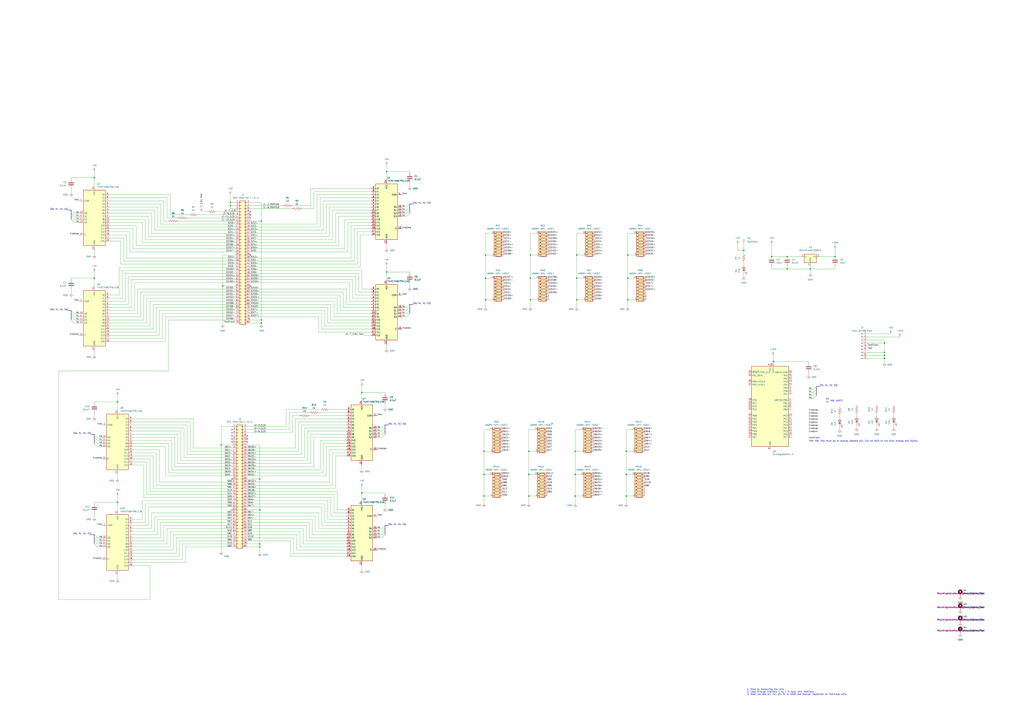
<source format=kicad_sch>
(kicad_sch (version 20211123) (generator eeschema)
  (paper "A1")
  (title_block (title "ECP5U85-BSE-USB Test Board") (rev "A") (company "Open Ephys, Inc.") (comment 1 "Jonathan P. Newman"))
  (junction (at 473.71 228.6))
  (junction (at 77.47 228.6))
  (junction (at 214.63 265.43))
  (junction (at 317.5 223.52))
  (junction (at 646.43 210.82))
  (junction (at 182.88 234.95))
  (junction (at 515.62 228.6))
  (junction (at 213.36 447.04))
  (junction (at 472.44 407.67))
  (junction (at 514.35 407.67))
  (junction (at 214.63 262.89))
  (junction (at 189.23 168.91))
  (junction (at 397.51 389.89))
  (junction (at 515.62 246.38))
  (junction (at 96.52 330.2))
  (junction (at 398.78 246.38))
  (junction (at 434.34 407.67))
  (junction (at 726.44 289.56))
  (junction (at 213.36 449.58))
  (junction (at 77.47 146.05))
  (junction (at 214.63 181.61))
  (junction (at 646.43 220.98))
  (junction (at 665.48 220.98))
  (junction (at 213.36 393.7))
  (junction (at 472.44 389.89))
  (junction (at 435.61 228.6))
  (junction (at 633.73 210.82))
  (junction (at 435.61 209.55))
  (junction (at 398.78 228.6))
  (junction (at 435.61 246.38))
  (junction (at 685.8 210.82))
  (junction (at 397.51 370.84))
  (junction (at 297.18 322.58))
  (junction (at 434.34 370.84))
  (junction (at 514.35 370.84))
  (junction (at 397.51 407.67))
  (junction (at 515.62 209.55))
  (junction (at 297.18 405.13))
  (junction (at 726.44 294.64))
  (junction (at 610.87 205.74))
  (junction (at 514.35 389.89))
  (junction (at 189.23 166.37))
  (junction (at 726.44 281.94))
  (junction (at 181.61 365.76))
  (junction (at 434.34 389.89))
  (junction (at 473.71 246.38))
  (junction (at 472.44 370.84))
  (junction (at 213.36 419.1))
  (junction (at 96.52 412.75))
  (junction (at 398.78 209.55))
  (junction (at 635 297.18))
  (junction (at 726.44 292.1))
  (junction (at 317.5 140.97))
  (junction (at 473.71 209.55))
  (no_connect (at 453.39 347.98))
  (no_connect (at 190.5 355.6))
  (no_connect (at 190.5 358.14))
  (no_connect (at 205.74 209.55))
  (no_connect (at 203.2 360.68))
  (no_connect (at 205.74 176.53))
  (no_connect (at 190.5 393.7))
  (no_connect (at 205.74 179.07))
  (no_connect (at 190.5 363.22))
  (no_connect (at 203.2 358.14))
  (no_connect (at 190.5 353.06))
  (no_connect (at 190.5 360.68))
  (no_connect (at 205.74 173.99))
  (no_connect (at 190.5 419.1))
  (no_connect (at 203.2 363.22))
  (no_connect (at 205.74 234.95))
  (bus_entry (at 77.47 359.41) (size 2.54 2.54))
  (bus_entry (at 670.56 325.12) (size -2.54 2.54))
  (bus_entry (at 670.56 317.5) (size -2.54 2.54))
  (bus_entry (at 336.55 170.18) (size -2.54 2.54))
  (bus_entry (at 316.23 356.87) (size -2.54 2.54))
  (bus_entry (at 58.42 175.26) (size 2.54 2.54))
  (bus_entry (at 58.42 172.72) (size 2.54 2.54))
  (bus_entry (at 336.55 167.64) (size -2.54 2.54))
  (bus_entry (at 316.23 349.25) (size -2.54 2.54))
  (bus_entry (at 316.23 434.34) (size -2.54 2.54))
  (bus_entry (at 58.42 262.89) (size 2.54 2.54))
  (bus_entry (at 336.55 250.19) (size -2.54 2.54))
  (bus_entry (at 316.23 439.42) (size -2.54 2.54))
  (bus_entry (at 77.47 364.49) (size 2.54 2.54))
  (bus_entry (at 58.42 180.34) (size 2.54 2.54))
  (bus_entry (at 77.47 447.04) (size 2.54 2.54))
  (bus_entry (at 77.47 361.95) (size 2.54 2.54))
  (bus_entry (at 77.47 356.87) (size 2.54 2.54))
  (bus_entry (at 336.55 175.26) (size -2.54 2.54))
  (bus_entry (at 336.55 255.27) (size -2.54 2.54))
  (bus_entry (at 670.56 322.58) (size -2.54 2.54))
  (bus_entry (at 336.55 172.72) (size -2.54 2.54))
  (bus_entry (at 58.42 260.35) (size 2.54 2.54))
  (bus_entry (at 58.42 255.27) (size 2.54 2.54))
  (bus_entry (at 316.23 431.8) (size -2.54 2.54))
  (bus_entry (at 316.23 354.33) (size -2.54 2.54))
  (bus_entry (at 336.55 252.73) (size -2.54 2.54))
  (bus_entry (at 336.55 257.81) (size -2.54 2.54))
  (bus_entry (at 77.47 439.42) (size 2.54 2.54))
  (bus_entry (at 58.42 177.8) (size 2.54 2.54))
  (bus_entry (at 77.47 444.5) (size 2.54 2.54))
  (bus_entry (at 316.23 436.88) (size -2.54 2.54))
  (bus_entry (at 77.47 441.96) (size 2.54 2.54))
  (bus_entry (at 670.56 320.04) (size -2.54 2.54))
  (bus_entry (at 316.23 351.79) (size -2.54 2.54))
  (bus_entry (at 58.42 257.81) (size 2.54 2.54))
  (wire (pts (xy 142.24 452.12) (xy 109.22 452.12)))
  (wire (pts (xy 297.18 405.13) (xy 297.18 411.48)))
  (wire (pts (xy 205.74 224.79) (xy 294.64 224.79)))
  (wire (pts (xy 102.87 224.79) (xy 102.87 247.65)))
  (wire (pts (xy 289.56 229.87) (xy 289.56 245.11)))
  (wire (pts (xy 120.65 245.11) (xy 193.04 245.11)))
  (wire (pts (xy 242.57 368.3) (xy 242.57 344.17)))
  (bus (pts (xy 316.23 439.42) (xy 316.23 436.88)))
  (wire (pts (xy 402.59 370.84) (xy 397.51 370.84)))
  (wire (pts (xy 205.74 194.31) (xy 270.51 194.31)))
  (wire (pts (xy 205.74 168.91) (xy 232.41 168.91)))
  (wire (pts (xy 304.8 190.5) (xy 293.37 190.5)))
  (wire (pts (xy 149.86 447.04) (xy 149.86 459.74)))
  (bus (pts (xy 58.42 260.35) (xy 58.42 257.81)))
  (wire (pts (xy 190.5 388.62) (xy 138.43 388.62)))
  (wire (pts (xy 397.51 353.06) (xy 402.59 353.06)))
  (wire (pts (xy 203.2 370.84) (xy 245.11 370.84)))
  (wire (pts (xy 146.05 179.07) (xy 137.16 179.07)))
  (wire (pts (xy 129.54 186.69) (xy 193.04 186.69)))
  (wire (pts (xy 205.74 222.25) (xy 297.18 222.25)))
  (wire (pts (xy 720.09 349.25) (xy 720.09 351.79)))
  (wire (pts (xy 205.74 257.81) (xy 264.16 257.81)))
  (wire (pts (xy 101.6 214.63) (xy 101.6 195.58)))
  (wire (pts (xy 473.71 228.6) (xy 478.79 228.6)))
  (wire (pts (xy 261.62 434.34) (xy 284.48 434.34)))
  (wire (pts (xy 270.51 369.57) (xy 284.48 369.57)))
  (wire (pts (xy 128.27 372.11) (xy 109.22 372.11)))
  (wire (pts (xy 152.4 449.58) (xy 190.5 449.58)))
  (wire (pts (xy 397.51 370.84) (xy 397.51 389.89)))
  (wire (pts (xy 633.73 220.98) (xy 646.43 220.98)))
  (wire (pts (xy 124.46 191.77) (xy 124.46 175.26)))
  (wire (pts (xy 77.47 140.97) (xy 77.47 146.05)))
  (wire (pts (xy 734.06 340.36) (xy 734.06 341.63)))
  (wire (pts (xy 181.61 365.76) (xy 190.5 365.76)))
  (bus (pts (xy 336.55 167.64) (xy 339.09 167.64)))
  (wire (pts (xy 261.62 339.09) (xy 284.48 339.09)))
  (wire (pts (xy 605.79 205.74) (xy 610.87 205.74)))
  (wire (pts (xy 473.71 209.55) (xy 473.71 228.6)))
  (wire (pts (xy 156.21 370.84) (xy 156.21 346.71)))
  (wire (pts (xy 203.2 375.92) (xy 250.19 375.92)))
  (wire (pts (xy 213.36 419.1) (xy 213.36 447.04)))
  (wire (pts (xy 190.5 398.78) (xy 128.27 398.78)))
  (wire (pts (xy 726.44 294.64) (xy 726.44 298.45)))
  (wire (pts (xy 203.2 381) (xy 255.27 381)))
  (wire (pts (xy 105.41 227.33) (xy 105.41 250.19)))
  (wire (pts (xy 154.94 176.53) (xy 139.7 176.53)))
  (wire (pts (xy 330.2 257.81) (xy 334.01 257.81)))
  (wire (pts (xy 257.81 383.54) (xy 257.81 359.41)))
  (wire (pts (xy 435.61 228.6) (xy 440.69 228.6)))
  (bus (pts (xy 316.23 356.87) (xy 316.23 354.33)))
  (wire (pts (xy 297.18 464.82) (xy 297.18 468.63)))
  (wire (pts (xy 111.76 201.93) (xy 111.76 185.42)))
  (bus (pts (xy 77.47 447.04) (xy 77.47 444.5)))
  (wire (pts (xy 330.2 255.27) (xy 334.01 255.27)))
  (wire (pts (xy 247.65 373.38) (xy 247.65 349.25)))
  (wire (pts (xy 205.74 250.19) (xy 271.78 250.19)))
  (wire (pts (xy 100.33 245.11) (xy 90.17 245.11)))
  (wire (pts (xy 203.2 383.54) (xy 257.81 383.54)))
  (wire (pts (xy 285.75 207.01) (xy 285.75 182.88)))
  (wire (pts (xy 90.17 185.42) (xy 111.76 185.42)))
  (wire (pts (xy 128.27 252.73) (xy 128.27 273.05)))
  (bus (pts (xy 58.42 262.89) (xy 58.42 260.35)))
  (wire (pts (xy 519.43 407.67) (xy 514.35 407.67)))
  (wire (pts (xy 128.27 398.78) (xy 128.27 372.11)))
  (wire (pts (xy 515.62 209.55) (xy 515.62 191.77)))
  (wire (pts (xy 127 172.72) (xy 90.17 172.72)))
  (wire (pts (xy 143.51 383.54) (xy 143.51 359.41)))
  (wire (pts (xy 665.48 218.44) (xy 665.48 220.98)))
  (wire (pts (xy 472.44 389.89) (xy 472.44 407.67)))
  (wire (pts (xy 203.2 355.6) (xy 240.03 355.6)))
  (wire (pts (xy 64.77 257.81) (xy 60.96 257.81)))
  (wire (pts (xy 685.8 210.82) (xy 685.8 204.47)))
  (wire (pts (xy 158.75 368.3) (xy 158.75 344.17)))
  (wire (pts (xy 121.92 177.8) (xy 90.17 177.8)))
  (wire (pts (xy 330.2 252.73) (xy 334.01 252.73)))
  (wire (pts (xy 269.24 265.43) (xy 304.8 265.43)))
  (wire (pts (xy 256.54 426.72) (xy 203.2 426.72)))
  (wire (pts (xy 182.88 266.7) (xy 182.88 234.95)))
  (wire (pts (xy 127 189.23) (xy 127 172.72)))
  (wire (pts (xy 514.35 370.84) (xy 514.35 389.89)))
  (wire (pts (xy 77.47 288.29) (xy 77.47 292.1)))
  (wire (pts (xy 146.05 356.87) (xy 109.22 356.87)))
  (wire (pts (xy 118.11 242.57) (xy 193.04 242.57)))
  (wire (pts (xy 151.13 375.92) (xy 151.13 351.79)))
  (wire (pts (xy 297.18 322.58) (xy 316.23 322.58)))
  (wire (pts (xy 203.2 439.42) (xy 243.84 439.42)))
  (wire (pts (xy 515.62 209.55) (xy 515.62 228.6)))
  (wire (pts (xy 514.35 407.67) (xy 514.35 414.02)))
  (wire (pts (xy 262.89 386.08) (xy 262.89 361.95)))
  (wire (pts (xy 101.6 214.63) (xy 193.04 214.63)))
  (wire (pts (xy 262.89 162.56) (xy 304.8 162.56)))
  (wire (pts (xy 205.74 214.63) (xy 290.83 214.63)))
  (wire (pts (xy 105.41 250.19) (xy 90.17 250.19)))
  (wire (pts (xy 190.5 373.38) (xy 153.67 373.38)))
  (wire (pts (xy 515.62 191.77) (xy 520.7 191.77)))
  (wire (pts (xy 514.35 407.67) (xy 514.35 389.89)))
  (wire (pts (xy 139.7 436.88) (xy 139.7 449.58)))
  (wire (pts (xy 142.24 439.42) (xy 190.5 439.42)))
  (wire (pts (xy 234.95 336.55) (xy 262.89 336.55)))
  (wire (pts (xy 48.26 304.8) (xy 48.26 492.76)))
  (wire (pts (xy 190.5 370.84) (xy 156.21 370.84)))
  (wire (pts (xy 205.74 181.61) (xy 214.63 181.61)))
  (wire (pts (xy 278.13 201.93) (xy 278.13 177.8)))
  (wire (pts (xy 132.08 441.96) (xy 109.22 441.96)))
  (wire (pts (xy 190.5 441.96) (xy 144.78 441.96)))
  (wire (pts (xy 132.08 429.26) (xy 190.5 429.26)))
  (wire (pts (xy 83.82 444.5) (xy 80.01 444.5)))
  (wire (pts (xy 435.61 209.55) (xy 435.61 228.6)))
  (wire (pts (xy 712.47 276.86) (xy 739.14 276.86)))
  (wire (pts (xy 205.74 255.27) (xy 266.7 255.27)))
  (wire (pts (xy 127 189.23) (xy 193.04 189.23)))
  (wire (pts (xy 138.43 388.62) (xy 138.43 364.49)))
  (wire (pts (xy 203.2 398.78) (xy 273.05 398.78)))
  (wire (pts (xy 121.92 416.56) (xy 121.92 431.8)))
  (wire (pts (xy 106.68 207.01) (xy 106.68 190.5)))
  (wire (pts (xy 304.8 160.02) (xy 260.35 160.02)))
  (wire (pts (xy 190.5 396.24) (xy 130.81 396.24)))
  (wire (pts (xy 119.38 196.85) (xy 193.04 196.85)))
  (wire (pts (xy 605.79 200.66) (xy 605.79 205.74)))
  (wire (pts (xy 96.52 412.75) (xy 77.47 412.75)))
  (wire (pts (xy 398.78 246.38) (xy 398.78 252.73)))
  (wire (pts (xy 264.16 257.81) (xy 264.16 270.51)))
  (wire (pts (xy 689.61 341.63) (xy 689.61 342.9)))
  (wire (pts (xy 203.2 401.32) (xy 275.59 401.32)))
  (wire (pts (xy 274.32 260.35) (xy 304.8 260.35)))
  (wire (pts (xy 472.44 370.84) (xy 472.44 353.06)))
  (wire (pts (xy 58.42 147.32) (xy 58.42 146.05)))
  (wire (pts (xy 264.16 431.8) (xy 284.48 431.8)))
  (wire (pts (xy 266.7 414.02) (xy 203.2 414.02)))
  (wire (pts (xy 118.11 242.57) (xy 118.11 262.89)))
  (wire (pts (xy 123.19 464.82) (xy 109.22 464.82)))
  (wire (pts (xy 64.77 180.34) (xy 60.96 180.34)))
  (wire (pts (xy 515.62 246.38) (xy 515.62 228.6)))
  (wire (pts (xy 129.54 439.42) (xy 109.22 439.42)))
  (wire (pts (xy 267.97 167.64) (xy 304.8 167.64)))
  (wire (pts (xy 251.46 431.8) (xy 251.46 444.5)))
  (wire (pts (xy 247.65 171.45) (xy 257.81 171.45)))
  (wire (pts (xy 435.61 209.55) (xy 435.61 191.77)))
  (wire (pts (xy 251.46 444.5) (xy 284.48 444.5)))
  (wire (pts (xy 213.36 447.04) (xy 213.36 449.58)))
  (wire (pts (xy 58.42 158.75) (xy 58.42 154.94)))
  (wire (pts (xy 336.55 142.24) (xy 336.55 140.97)))
  (wire (pts (xy 260.35 160.02) (xy 260.35 184.15)))
  (wire (pts (xy 664.21 306.07) (xy 664.21 308.61)))
  (wire (pts (xy 240.03 168.91) (xy 255.27 168.91)))
  (wire (pts (xy 440.69 246.38) (xy 435.61 246.38)))
  (wire (pts (xy 111.76 201.93) (xy 193.04 201.93)))
  (bus (pts (xy 77.47 444.5) (xy 77.47 441.96)))
  (wire (pts (xy 275.59 374.65) (xy 284.48 374.65)))
  (wire (pts (xy 309.88 436.88) (xy 313.69 436.88)))
  (wire (pts (xy 398.78 228.6) (xy 398.78 246.38)))
  (wire (pts (xy 284.48 361.95) (xy 262.89 361.95)))
  (wire (pts (xy 214.63 265.43) (xy 214.63 266.7)))
  (wire (pts (xy 213.36 454.66) (xy 213.36 449.58)))
  (wire (pts (xy 134.62 431.8) (xy 134.62 444.5)))
  (wire (pts (xy 203.2 350.52) (xy 234.95 350.52)))
  (bus (pts (xy 77.47 356.87) (xy 74.93 356.87)))
  (wire (pts (xy 243.84 439.42) (xy 243.84 452.12)))
  (wire (pts (xy 257.81 171.45) (xy 257.81 157.48)))
  (wire (pts (xy 256.54 426.72) (xy 256.54 439.42)))
  (wire (pts (xy 270.51 194.31) (xy 270.51 170.18)))
  (wire (pts (xy 270.51 396.24) (xy 270.51 369.57)))
  (wire (pts (xy 110.49 232.41) (xy 110.49 255.27)))
  (wire (pts (xy 266.7 414.02) (xy 266.7 429.26)))
  (bus (pts (xy 77.47 364.49) (xy 77.47 361.95)))
  (wire (pts (xy 726.44 292.1) (xy 726.44 294.64)))
  (wire (pts (xy 309.88 359.41) (xy 313.69 359.41)))
  (wire (pts (xy 297.18 322.58) (xy 297.18 328.93)))
  (wire (pts (xy 203.2 386.08) (xy 262.89 386.08)))
  (wire (pts (xy 473.71 209.55) (xy 473.71 191.77)))
  (wire (pts (xy 129.54 426.72) (xy 129.54 439.42)))
  (wire (pts (xy 148.59 354.33) (xy 109.22 354.33)))
  (wire (pts (xy 203.2 429.26) (xy 254 429.26)))
  (wire (pts (xy 190.5 381) (xy 146.05 381)))
  (bus (pts (xy 670.56 322.58) (xy 670.56 320.04)))
  (wire (pts (xy 116.84 426.72) (xy 109.22 426.72)))
  (wire (pts (xy 434.34 353.06) (xy 439.42 353.06)))
  (wire (pts (xy 96.52 389.89) (xy 96.52 393.7)))
  (wire (pts (xy 139.7 160.02) (xy 90.17 160.02)))
  (wire (pts (xy 610.87 205.74) (xy 610.87 208.28)))
  (wire (pts (xy 316.23 406.4) (xy 316.23 405.13)))
  (wire (pts (xy 274.32 247.65) (xy 274.32 260.35)))
  (wire (pts (xy 664.21 320.04) (xy 668.02 320.04)))
  (wire (pts (xy 284.48 372.11) (xy 273.05 372.11)))
  (wire (pts (xy 120.65 245.11) (xy 120.65 265.43)))
  (wire (pts (xy 120.65 265.43) (xy 90.17 265.43)))
  (wire (pts (xy 96.52 472.44) (xy 96.52 476.25)))
  (wire (pts (xy 109.22 379.73) (xy 120.65 379.73)))
  (wire (pts (xy 284.48 356.87) (xy 255.27 356.87)))
  (wire (pts (xy 440.69 209.55) (xy 435.61 209.55)))
  (wire (pts (xy 689.61 350.52) (xy 689.61 353.06)))
  (wire (pts (xy 77.47 414.02) (xy 77.47 412.75)))
  (wire (pts (xy 90.17 195.58) (xy 101.6 195.58)))
  (wire (pts (xy 259.08 424.18) (xy 259.08 436.88)))
  (wire (pts (xy 133.35 257.81) (xy 193.04 257.81)))
  (wire (pts (xy 124.46 421.64) (xy 124.46 434.34)))
  (bus (pts (xy 336.55 172.72) (xy 336.55 170.18)))
  (wire (pts (xy 83.82 359.41) (xy 80.01 359.41)))
  (wire (pts (xy 281.94 240.03) (xy 281.94 252.73)))
  (wire (pts (xy 726.44 279.4) (xy 726.44 281.94)))
  (wire (pts (xy 123.19 377.19) (xy 109.22 377.19)))
  (wire (pts (xy 726.44 289.56) (xy 726.44 292.1)))
  (wire (pts (xy 121.92 194.31) (xy 121.92 177.8)))
  (wire (pts (xy 99.06 217.17) (xy 99.06 198.12)))
  (wire (pts (xy 256.54 439.42) (xy 284.48 439.42)))
  (wire (pts (xy 478.79 209.55) (xy 473.71 209.55)))
  (wire (pts (xy 397.51 389.89) (xy 397.51 407.67)))
  (wire (pts (xy 274.32 406.4) (xy 274.32 421.64)))
  (wire (pts (xy 673.1 210.82) (xy 685.8 210.82)))
  (wire (pts (xy 203.2 449.58) (xy 213.36 449.58)))
  (wire (pts (xy 284.48 250.19) (xy 304.8 250.19)))
  (wire (pts (xy 261.62 273.05) (xy 304.8 273.05)))
  (wire (pts (xy 190.5 411.48) (xy 116.84 411.48)))
  (wire (pts (xy 152.4 462.28) (xy 109.22 462.28)))
  (wire (pts (xy 109.22 204.47) (xy 193.04 204.47)))
  (wire (pts (xy 403.86 209.55) (xy 398.78 209.55)))
  (wire (pts (xy 77.47 146.05) (xy 58.42 146.05)))
  (wire (pts (xy 128.27 252.73) (xy 193.04 252.73)))
  (wire (pts (xy 99.06 217.17) (xy 193.04 217.17)))
  (wire (pts (xy 276.86 403.86) (xy 276.86 419.1)))
  (wire (pts (xy 610.87 224.79) (xy 610.87 227.33)))
  (wire (pts (xy 205.74 252.73) (xy 269.24 252.73)))
  (wire (pts (xy 435.61 191.77) (xy 440.69 191.77)))
  (wire (pts (xy 276.86 245.11) (xy 276.86 257.81)))
  (wire (pts (xy 293.37 217.17) (xy 293.37 190.5)))
  (wire (pts (xy 610.87 215.9) (xy 610.87 217.17)))
  (wire (pts (xy 214.63 262.89) (xy 214.63 265.43)))
  (wire (pts (xy 143.51 359.41) (xy 109.22 359.41)))
  (wire (pts (xy 109.22 374.65) (xy 125.73 374.65)))
  (wire (pts (xy 182.88 234.95) (xy 182.88 209.55)))
  (wire (pts (xy 96.52 325.12) (xy 96.52 330.2)))
  (wire (pts (xy 519.43 370.84) (xy 514.35 370.84)))
  (wire (pts (xy 104.14 193.04) (xy 90.17 193.04)))
  (wire (pts (xy 403.86 246.38) (xy 398.78 246.38)))
  (wire (pts (xy 104.14 212.09) (xy 104.14 193.04)))
  (wire (pts (xy 257.81 359.41) (xy 284.48 359.41)))
  (wire (pts (xy 119.38 414.02) (xy 119.38 429.26)))
  (wire (pts (xy 255.27 154.94) (xy 304.8 154.94)))
  (wire (pts (xy 115.57 240.03) (xy 115.57 260.35)))
  (wire (pts (xy 294.64 240.03) (xy 304.8 240.03)))
  (wire (pts (xy 118.11 382.27) (xy 109.22 382.27)))
  (wire (pts (xy 316.23 417.83) (xy 316.23 414.02)))
  (wire (pts (xy 158.75 344.17) (xy 109.22 344.17)))
  (wire (pts (xy 252.73 354.33) (xy 284.48 354.33)))
  (wire (pts (xy 97.79 242.57) (xy 90.17 242.57)))
  (wire (pts (xy 712.47 289.56) (xy 726.44 289.56)))
  (wire (pts (xy 146.05 181.61) (xy 193.04 181.61)))
  (wire (pts (xy 107.95 252.73) (xy 90.17 252.73)))
  (wire (pts (xy 109.22 204.47) (xy 109.22 187.96)))
  (wire (pts (xy 190.5 403.86) (xy 123.19 403.86)))
  (wire (pts (xy 205.74 199.39) (xy 275.59 199.39)))
  (wire (pts (xy 270.51 170.18) (xy 304.8 170.18)))
  (wire (pts (xy 205.74 242.57) (xy 279.4 242.57)))
  (wire (pts (xy 336.55 153.67) (xy 336.55 149.86)))
  (wire (pts (xy 102.87 224.79) (xy 193.04 224.79)))
  (wire (pts (xy 241.3 441.96) (xy 241.3 454.66)))
  (wire (pts (xy 276.86 419.1) (xy 284.48 419.1)))
  (wire (pts (xy 90.17 280.67) (xy 135.89 280.67)))
  (wire (pts (xy 309.88 351.79) (xy 313.69 351.79)))
  (wire (pts (xy 266.7 255.27) (xy 266.7 267.97)))
  (wire (pts (xy 100.33 222.25) (xy 100.33 245.11)))
  (wire (pts (xy 297.18 237.49) (xy 304.8 237.49)))
  (wire (pts (xy 121.92 194.31) (xy 193.04 194.31)))
  (wire (pts (xy 138.43 181.61) (xy 134.62 181.61)))
  (wire (pts (xy 472.44 407.67) (xy 472.44 414.02)))
  (bus (pts (xy 316.23 436.88) (xy 316.23 434.34)))
  (wire (pts (xy 205.74 184.15) (xy 260.35 184.15)))
  (wire (pts (xy 123.19 403.86) (xy 123.19 377.19)))
  (wire (pts (xy 330.2 170.18) (xy 334.01 170.18)))
  (wire (pts (xy 240.03 341.63) (xy 240.03 355.6)))
  (wire (pts (xy 255.27 381) (xy 255.27 356.87)))
  (wire (pts (xy 205.74 247.65) (xy 274.32 247.65)))
  (wire (pts (xy 83.82 447.04) (xy 80.01 447.04)))
  (wire (pts (xy 97.79 219.71) (xy 193.04 219.71)))
  (wire (pts (xy 264.16 416.56) (xy 264.16 431.8)))
  (wire (pts (xy 162.56 176.53) (xy 193.04 176.53)))
  (wire (pts (xy 190.5 391.16) (xy 135.89 391.16)))
  (wire (pts (xy 189.23 160.02) (xy 189.23 166.37)))
  (wire (pts (xy 284.48 237.49) (xy 284.48 250.19)))
  (wire (pts (xy 190.5 426.72) (xy 129.54 426.72)))
  (wire (pts (xy 330.2 175.26) (xy 334.01 175.26)))
  (wire (pts (xy 246.38 449.58) (xy 284.48 449.58)))
  (wire (pts (xy 646.43 210.82) (xy 657.86 210.82)))
  (wire (pts (xy 205.74 201.93) (xy 278.13 201.93)))
  (wire (pts (xy 109.22 349.25) (xy 153.67 349.25)))
  (wire (pts (xy 330.2 177.8) (xy 334.01 177.8)))
  (wire (pts (xy 685.8 218.44) (xy 685.8 220.98)))
  (wire (pts (xy 245.11 346.71) (xy 284.48 346.71)))
  (wire (pts (xy 125.73 270.51) (xy 90.17 270.51)))
  (wire (pts (xy 190.5 378.46) (xy 148.59 378.46)))
  (bus (pts (xy 58.42 177.8) (xy 58.42 175.26)))
  (wire (pts (xy 125.73 401.32) (xy 125.73 374.65)))
  (wire (pts (xy 190.5 383.54) (xy 143.51 383.54)))
  (wire (pts (xy 119.38 429.26) (xy 109.22 429.26)))
  (wire (pts (xy 703.58 340.36) (xy 703.58 341.63)))
  (wire (pts (xy 262.89 186.69) (xy 262.89 162.56)))
  (wire (pts (xy 269.24 252.73) (xy 269.24 265.43)))
  (wire (pts (xy 309.88 354.33) (xy 313.69 354.33)))
  (wire (pts (xy 265.43 189.23) (xy 265.43 165.1)))
  (wire (pts (xy 77.47 228.6) (xy 58.42 228.6)))
  (wire (pts (xy 664.21 327.66) (xy 668.02 327.66)))
  (wire (pts (xy 124.46 191.77) (xy 193.04 191.77)))
  (bus (pts (xy 77.47 439.42) (xy 74.93 439.42)))
  (wire (pts (xy 275.59 401.32) (xy 275.59 374.65)))
  (wire (pts (xy 213.36 393.7) (xy 213.36 419.1)))
  (wire (pts (xy 213.36 365.76) (xy 213.36 393.7)))
  (bus (pts (xy 336.55 257.81) (xy 336.55 255.27)))
  (wire (pts (xy 205.74 237.49) (xy 284.48 237.49)))
  (wire (pts (xy 119.38 196.85) (xy 119.38 180.34)))
  (wire (pts (xy 109.22 364.49) (xy 138.43 364.49)))
  (wire (pts (xy 297.18 222.25) (xy 297.18 237.49)))
  (wire (pts (xy 246.38 436.88) (xy 246.38 449.58)))
  (wire (pts (xy 205.74 262.89) (xy 214.63 262.89)))
  (wire (pts (xy 317.5 223.52) (xy 336.55 223.52)))
  (wire (pts (xy 726.44 289.56) (xy 726.44 281.94)))
  (bus (pts (xy 316.23 434.34) (xy 316.23 431.8)))
  (wire (pts (xy 472.44 389.89) (xy 477.52 389.89)))
  (wire (pts (xy 281.94 252.73) (xy 304.8 252.73)))
  (wire (pts (xy 435.61 246.38) (xy 435.61 228.6)))
  (wire (pts (xy 83.82 361.95) (xy 80.01 361.95)))
  (wire (pts (xy 137.16 447.04) (xy 109.22 447.04)))
  (wire (pts (xy 250.19 351.79) (xy 284.48 351.79)))
  (wire (pts (xy 190.5 406.4) (xy 120.65 406.4)))
  (wire (pts (xy 712.47 292.1) (xy 726.44 292.1)))
  (wire (pts (xy 665.48 220.98) (xy 665.48 224.79)))
  (wire (pts (xy 144.78 454.66) (xy 109.22 454.66)))
  (wire (pts (xy 287.02 247.65) (xy 304.8 247.65)))
  (wire (pts (xy 289.56 245.11) (xy 304.8 245.11)))
  (wire (pts (xy 190.5 375.92) (xy 151.13 375.92)))
  (wire (pts (xy 135.89 280.67) (xy 135.89 260.35)))
  (wire (pts (xy 274.32 421.64) (xy 284.48 421.64)))
  (wire (pts (xy 149.86 459.74) (xy 109.22 459.74)))
  (wire (pts (xy 269.24 426.72) (xy 284.48 426.72)))
  (bus (pts (xy 336.55 252.73) (xy 336.55 250.19)))
  (wire (pts (xy 238.76 457.2) (xy 284.48 457.2)))
  (wire (pts (xy 190.5 414.02) (xy 119.38 414.02)))
  (wire (pts (xy 123.19 267.97) (xy 90.17 267.97)))
  (wire (pts (xy 190.5 368.3) (xy 158.75 368.3)))
  (wire (pts (xy 241.3 454.66) (xy 284.48 454.66)))
  (wire (pts (xy 435.61 246.38) (xy 435.61 252.73)))
  (wire (pts (xy 116.84 199.39) (xy 193.04 199.39)))
  (wire (pts (xy 317.5 140.97) (xy 317.5 147.32)))
  (wire (pts (xy 245.11 370.84) (xy 245.11 346.71)))
  (wire (pts (xy 203.2 391.16) (xy 267.97 391.16)))
  (wire (pts (xy 189.23 166.37) (xy 189.23 168.91)))
  (wire (pts (xy 203.2 424.18) (xy 259.08 424.18)))
  (wire (pts (xy 203.2 353.06) (xy 237.49 353.06)))
  (wire (pts (xy 515.62 246.38) (xy 515.62 252.73)))
  (wire (pts (xy 273.05 196.85) (xy 273.05 172.72)))
  (wire (pts (xy 138.43 262.89) (xy 138.43 304.8)))
  (bus (pts (xy 77.47 359.41) (xy 77.47 356.87)))
  (wire (pts (xy 181.61 350.52) (xy 181.61 365.76)))
  (wire (pts (xy 712.47 274.32) (xy 731.52 274.32)))
  (wire (pts (xy 83.82 441.96) (xy 80.01 441.96)))
  (bus (pts (xy 316.23 349.25) (xy 318.77 349.25)))
  (wire (pts (xy 96.52 330.2) (xy 96.52 336.55)))
  (wire (pts (xy 250.19 375.92) (xy 250.19 351.79)))
  (wire (pts (xy 166.37 173.99) (xy 170.18 173.99)))
  (wire (pts (xy 137.16 434.34) (xy 137.16 447.04)))
  (wire (pts (xy 205.74 219.71) (xy 295.91 219.71)))
  (wire (pts (xy 284.48 341.63) (xy 254 341.63)))
  (wire (pts (xy 134.62 444.5) (xy 109.22 444.5)))
  (wire (pts (xy 477.52 370.84) (xy 472.44 370.84)))
  (wire (pts (xy 205.74 196.85) (xy 273.05 196.85)))
  (wire (pts (xy 153.67 349.25) (xy 153.67 373.38)))
  (wire (pts (xy 77.47 331.47) (xy 77.47 330.2)))
  (wire (pts (xy 290.83 214.63) (xy 290.83 187.96)))
  (wire (pts (xy 203.2 378.46) (xy 252.73 378.46)))
  (wire (pts (xy 635 297.18) (xy 664.21 297.18)))
  (wire (pts (xy 278.13 177.8) (xy 304.8 177.8)))
  (wire (pts (xy 135.89 260.35) (xy 193.04 260.35)))
  (wire (pts (xy 646.43 220.98) (xy 665.48 220.98)))
  (wire (pts (xy 147.32 457.2) (xy 109.22 457.2)))
  (wire (pts (xy 304.8 185.42) (xy 288.29 185.42)))
  (wire (pts (xy 295.91 219.71) (xy 295.91 193.04)))
  (wire (pts (xy 203.2 388.62) (xy 265.43 388.62)))
  (wire (pts (xy 130.81 275.59) (xy 90.17 275.59)))
  (wire (pts (xy 77.47 146.05) (xy 77.47 152.4)))
  (wire (pts (xy 189.23 168.91) (xy 189.23 171.45)))
  (wire (pts (xy 309.88 441.96) (xy 313.69 441.96)))
  (wire (pts (xy 129.54 170.18) (xy 90.17 170.18)))
  (wire (pts (xy 273.05 172.72) (xy 304.8 172.72)))
  (wire (pts (xy 234.95 350.52) (xy 234.95 336.55)))
  (wire (pts (xy 336.55 224.79) (xy 336.55 223.52)))
  (wire (pts (xy 316.23 335.28) (xy 316.23 331.47)))
  (wire (pts (xy 646.43 218.44) (xy 646.43 220.98)))
  (wire (pts (xy 190.5 386.08) (xy 140.97 386.08)))
  (wire (pts (xy 139.7 176.53) (xy 139.7 160.02)))
  (wire (pts (xy 129.54 186.69) (xy 129.54 170.18)))
  (wire (pts (xy 132.08 429.26) (xy 132.08 441.96)))
  (wire (pts (xy 271.78 424.18) (xy 284.48 424.18)))
  (wire (pts (xy 203.2 416.56) (xy 264.16 416.56)))
  (wire (pts (xy 712.47 279.4) (xy 726.44 279.4)))
  (wire (pts (xy 190.5 431.8) (xy 134.62 431.8)))
  (wire (pts (xy 304.8 175.26) (xy 275.59 175.26)))
  (wire (pts (xy 254 429.26) (xy 254 441.96)))
  (wire (pts (xy 110.49 232.41) (xy 193.04 232.41)))
  (wire (pts (xy 285.75 182.88) (xy 304.8 182.88)))
  (wire (pts (xy 77.47 228.6) (xy 77.47 234.95)))
  (wire (pts (xy 205.74 260.35) (xy 261.62 260.35)))
  (wire (pts (xy 106.68 207.01) (xy 193.04 207.01)))
  (wire (pts (xy 203.2 411.48) (xy 269.24 411.48)))
  (wire (pts (xy 205.74 212.09) (xy 288.29 212.09)))
  (wire (pts (xy 290.83 187.96) (xy 304.8 187.96)))
  (wire (pts (xy 205.74 191.77) (xy 267.97 191.77)))
  (wire (pts (xy 152.4 449.58) (xy 152.4 462.28)))
  (wire (pts (xy 189.23 166.37) (xy 193.04 166.37)))
  (wire (pts (xy 284.48 367.03) (xy 267.97 367.03)))
  (wire (pts (xy 317.5 140.97) (xy 336.55 140.97)))
  (wire (pts (xy 297.18 382.27) (xy 297.18 386.08)))
  (bus (pts (xy 316.23 351.79) (xy 316.23 349.25)))
  (wire (pts (xy 77.47 342.9) (xy 77.47 339.09)))
  (wire (pts (xy 472.44 353.06) (xy 477.52 353.06)))
  (wire (pts (xy 123.19 247.65) (xy 193.04 247.65)))
  (wire (pts (xy 514.35 353.06) (xy 519.43 353.06)))
  (wire (pts (xy 58.42 241.3) (xy 58.42 237.49)))
  (wire (pts (xy 115.57 260.35) (xy 90.17 260.35)))
  (wire (pts (xy 127 424.18) (xy 190.5 424.18)))
  (wire (pts (xy 132.08 184.15) (xy 132.08 167.64)))
  (wire (pts (xy 190.5 421.64) (xy 124.46 421.64)))
  (wire (pts (xy 242.57 344.17) (xy 284.48 344.17)))
  (wire (pts (xy 478.79 246.38) (xy 473.71 246.38)))
  (wire (pts (xy 252.73 378.46) (xy 252.73 354.33)))
  (wire (pts (xy 247.65 349.25) (xy 284.48 349.25)))
  (wire (pts (xy 116.84 182.88) (xy 90.17 182.88)))
  (wire (pts (xy 77.47 425.45) (xy 77.47 421.64)))
  (wire (pts (xy 123.19 247.65) (xy 123.19 267.97)))
  (wire (pts (xy 309.88 439.42) (xy 313.69 439.42)))
  (wire (pts (xy 434.34 389.89) (xy 439.42 389.89)))
  (wire (pts (xy 133.35 278.13) (xy 90.17 278.13)))
  (wire (pts (xy 128.27 273.05) (xy 90.17 273.05)))
  (wire (pts (xy 664.21 297.18) (xy 664.21 298.45)))
  (wire (pts (xy 138.43 304.8) (xy 48.26 304.8)))
  (bus (pts (xy 58.42 175.26) (xy 58.42 172.72)))
  (wire (pts (xy 276.86 257.81) (xy 304.8 257.81)))
  (wire (pts (xy 664.21 325.12) (xy 668.02 325.12)))
  (wire (pts (xy 265.43 364.49) (xy 284.48 364.49)))
  (wire (pts (xy 317.5 283.21) (xy 317.5 287.02)))
  (wire (pts (xy 203.2 365.76) (xy 213.36 365.76)))
  (wire (pts (xy 473.71 246.38) (xy 473.71 252.73)))
  (wire (pts (xy 473.71 228.6) (xy 473.71 246.38)))
  (wire (pts (xy 83.82 364.49) (xy 80.01 364.49)))
  (wire (pts (xy 664.21 322.58) (xy 668.02 322.58)))
  (wire (pts (xy 297.18 400.05) (xy 297.18 405.13)))
  (wire (pts (xy 309.88 434.34) (xy 313.69 434.34)))
  (wire (pts (xy 398.78 228.6) (xy 403.86 228.6)))
  (wire (pts (xy 190.5 416.56) (xy 121.92 416.56)))
  (wire (pts (xy 297.18 405.13) (xy 316.23 405.13)))
  (wire (pts (xy 124.46 434.34) (xy 109.22 434.34)))
  (wire (pts (xy 104.14 212.09) (xy 193.04 212.09)))
  (wire (pts (xy 248.92 447.04) (xy 284.48 447.04)))
  (wire (pts (xy 116.84 411.48) (xy 116.84 426.72)))
  (wire (pts (xy 309.88 356.87) (xy 313.69 356.87)))
  (wire (pts (xy 205.74 227.33) (xy 292.1 227.33)))
  (wire (pts (xy 137.16 179.07) (xy 137.16 162.56)))
  (wire (pts (xy 297.18 317.5) (xy 297.18 322.58)))
  (wire (pts (xy 287.02 232.41) (xy 287.02 247.65)))
  (wire (pts (xy 261.62 421.64) (xy 203.2 421.64)))
  (wire (pts (xy 151.13 351.79) (xy 109.22 351.79)))
  (wire (pts (xy 439.42 407.67) (xy 434.34 407.67)))
  (wire (pts (xy 283.21 204.47) (xy 283.21 180.34)))
  (wire (pts (xy 397.51 370.84) (xy 397.51 353.06)))
  (wire (pts (xy 520.7 209.55) (xy 515.62 209.55)))
  (wire (pts (xy 203.2 444.5) (xy 238.76 444.5)))
  (wire (pts (xy 127 436.88) (xy 109.22 436.88)))
  (bus (pts (xy 58.42 255.27) (xy 55.88 255.27)))
  (wire (pts (xy 398.78 191.77) (xy 403.86 191.77)))
  (wire (pts (xy 100.33 222.25) (xy 193.04 222.25)))
  (wire (pts (xy 181.61 350.52) (xy 190.5 350.52)))
  (wire (pts (xy 181.61 365.76) (xy 181.61 453.39)))
  (bus (pts (xy 670.56 325.12) (xy 670.56 322.58)))
  (wire (pts (xy 127 424.18) (xy 127 436.88)))
  (wire (pts (xy 107.95 229.87) (xy 193.04 229.87)))
  (wire (pts (xy 120.65 406.4) (xy 120.65 379.73)))
  (wire (pts (xy 397.51 389.89) (xy 402.59 389.89)))
  (wire (pts (xy 113.03 237.49) (xy 193.04 237.49)))
  (wire (pts (xy 288.29 212.09) (xy 288.29 185.42)))
  (wire (pts (xy 90.17 165.1) (xy 134.62 165.1)))
  (wire (pts (xy 610.87 205.74) (xy 610.87 200.66)))
  (wire (pts (xy 398.78 209.55) (xy 398.78 191.77)))
  (wire (pts (xy 635 292.1) (xy 635 297.18)))
  (bus (pts (xy 670.56 317.5) (xy 673.1 317.5)))
  (wire (pts (xy 190.5 408.94) (xy 118.11 408.94)))
  (wire (pts (xy 633.73 218.44) (xy 633.73 220.98)))
  (wire (pts (xy 130.81 255.27) (xy 130.81 275.59)))
  (wire (pts (xy 203.2 419.1) (xy 213.36 419.1)))
  (wire (pts (xy 520.7 246.38) (xy 515.62 246.38)))
  (wire (pts (xy 205.74 166.37) (xy 214.63 166.37)))
  (wire (pts (xy 317.5 135.89) (xy 317.5 140.97)))
  (wire (pts (xy 77.47 223.52) (xy 77.47 228.6)))
  (wire (pts (xy 139.7 449.58) (xy 109.22 449.58)))
  (wire (pts (xy 292.1 227.33) (xy 292.1 242.57)))
  (wire (pts (xy 109.22 187.96) (xy 90.17 187.96)))
  (wire (pts (xy 203.2 408.94) (xy 271.78 408.94)))
  (wire (pts (xy 190.5 436.88) (xy 139.7 436.88)))
  (wire (pts (xy 261.62 421.64) (xy 261.62 434.34)))
  (wire (pts (xy 514.35 370.84) (xy 514.35 353.06)))
  (wire (pts (xy 102.87 247.65) (xy 90.17 247.65)))
  (wire (pts (xy 633.73 210.82) (xy 646.43 210.82)))
  (wire (pts (xy 203.2 436.88) (xy 246.38 436.88)))
  (wire (pts (xy 477.52 407.67) (xy 472.44 407.67)))
  (wire (pts (xy 134.62 165.1) (xy 134.62 181.61)))
  (wire (pts (xy 298.45 275.59) (xy 304.8 275.59)))
  (wire (pts (xy 140.97 386.08) (xy 140.97 361.95)))
  (wire (pts (xy 118.11 408.94) (xy 118.11 382.27)))
  (bus (pts (xy 336.55 250.19) (xy 339.09 250.19)))
  (bus (pts (xy 77.47 441.96) (xy 77.47 439.42)))
  (wire (pts (xy 137.16 162.56) (xy 90.17 162.56)))
  (wire (pts (xy 439.42 370.84) (xy 434.34 370.84)))
  (bus (pts (xy 336.55 170.18) (xy 336.55 167.64)))
  (wire (pts (xy 182.88 209.55) (xy 193.04 209.55)))
  (wire (pts (xy 279.4 255.27) (xy 304.8 255.27)))
  (wire (pts (xy 205.74 186.69) (xy 262.89 186.69)))
  (wire (pts (xy 292.1 242.57) (xy 304.8 242.57)))
  (wire (pts (xy 214.63 181.61) (xy 214.63 262.89)))
  (wire (pts (xy 96.52 330.2) (xy 77.47 330.2)))
  (wire (pts (xy 193.04 171.45) (xy 189.23 171.45)))
  (wire (pts (xy 720.09 340.36) (xy 720.09 341.63)))
  (wire (pts (xy 205.74 217.17) (xy 293.37 217.17)))
  (wire (pts (xy 316.23 323.85) (xy 316.23 322.58)))
  (wire (pts (xy 434.34 407.67) (xy 434.34 389.89)))
  (wire (pts (xy 125.73 250.19) (xy 193.04 250.19)))
  (wire (pts (xy 135.89 367.03) (xy 109.22 367.03)))
  (wire (pts (xy 635 297.18) (xy 635 298.45)))
  (wire (pts (xy 113.03 257.81) (xy 90.17 257.81)))
  (wire (pts (xy 115.57 240.03) (xy 193.04 240.03)))
  (wire (pts (xy 203.2 368.3) (xy 242.57 368.3)))
  (wire (pts (xy 97.79 219.71) (xy 97.79 242.57)))
  (wire (pts (xy 203.2 403.86) (xy 276.86 403.86)))
  (wire (pts (xy 295.91 193.04) (xy 304.8 193.04)))
  (wire (pts (xy 203.2 441.96) (xy 241.3 441.96)))
  (wire (pts (xy 132.08 167.64) (xy 90.17 167.64)))
  (wire (pts (xy 264.16 270.51) (xy 304.8 270.51)))
  (wire (pts (xy 124.46 175.26) (xy 90.17 175.26)))
  (wire (pts (xy 140.97 361.95) (xy 109.22 361.95)))
  (bus (pts (xy 58.42 257.81) (xy 58.42 255.27)))
  (bus (pts (xy 316.23 431.8) (xy 318.77 431.8)))
  (wire (pts (xy 238.76 444.5) (xy 238.76 457.2)))
  (bus (pts (xy 316.23 354.33) (xy 316.23 351.79)))
  (wire (pts (xy 64.77 262.89) (xy 60.96 262.89)))
  (wire (pts (xy 336.55 236.22) (xy 336.55 232.41)))
  (wire (pts (xy 294.64 224.79) (xy 294.64 240.03)))
  (wire (pts (xy 146.05 381) (xy 146.05 356.87)))
  (wire (pts (xy 734.06 349.25) (xy 734.06 351.79)))
  (bus (pts (xy 77.47 361.95) (xy 77.47 359.41)))
  (wire (pts (xy 153.67 179.07) (xy 193.04 179.07)))
  (wire (pts (xy 205.74 232.41) (xy 287.02 232.41)))
  (wire (pts (xy 205.74 189.23) (xy 265.43 189.23)))
  (wire (pts (xy 267.97 391.16) (xy 267.97 367.03)))
  (wire (pts (xy 726.44 294.64) (xy 712.47 294.64)))
  (wire (pts (xy 243.84 452.12) (xy 284.48 452.12)))
  (wire (pts (xy 64.77 260.35) (xy 60.96 260.35)))
  (wire (pts (xy 434.34 370.84) (xy 434.34 389.89)))
  (wire (pts (xy 90.17 190.5) (xy 106.68 190.5)))
  (wire (pts (xy 261.62 260.35) (xy 261.62 273.05)))
  (wire (pts (xy 99.06 198.12) (xy 90.17 198.12)))
  (wire (pts (xy 135.89 391.16) (xy 135.89 367.03)))
  (wire (pts (xy 177.8 173.99) (xy 193.04 173.99)))
  (wire (pts (xy 137.16 434.34) (xy 190.5 434.34)))
  (wire (pts (xy 271.78 262.89) (xy 304.8 262.89)))
  (wire (pts (xy 77.47 205.74) (xy 77.47 209.55)))
  (wire (pts (xy 665.48 220.98) (xy 685.8 220.98)))
  (bus (pts (xy 336.55 175.26) (xy 336.55 172.72)))
  (wire (pts (xy 266.7 429.26) (xy 284.48 429.26)))
  (wire (pts (xy 434.34 370.84) (xy 434.34 353.06)))
  (wire (pts (xy 107.95 229.87) (xy 107.95 252.73)))
  (wire (pts (xy 259.08 436.88) (xy 284.48 436.88)))
  (wire (pts (xy 265.43 165.1) (xy 304.8 165.1)))
  (wire (pts (xy 330.2 260.35) (xy 334.01 260.35)))
  (wire (pts (xy 515.62 228.6) (xy 520.7 228.6)))
  (wire (pts (xy 190.5 401.32) (xy 125.73 401.32)))
  (wire (pts (xy 270.51 336.55) (xy 284.48 336.55)))
  (wire (pts (xy 514.35 389.89) (xy 519.43 389.89)))
  (wire (pts (xy 273.05 398.78) (xy 273.05 372.11)))
  (wire (pts (xy 712.47 281.94) (xy 726.44 281.94)))
  (wire (pts (xy 246.38 341.63) (xy 240.03 341.63)))
  (wire (pts (xy 205.74 245.11) (xy 276.86 245.11)))
  (wire (pts (xy 248.92 434.34) (xy 248.92 447.04)))
  (wire (pts (xy 397.51 407.67) (xy 397.51 414.02)))
  (wire (pts (xy 237.49 353.06) (xy 237.49 339.09)))
  (wire (pts (xy 96.52 407.67) (xy 96.52 412.75)))
  (wire (pts (xy 205.74 171.45) (xy 240.03 171.45)))
  (wire (pts (xy 265.43 388.62) (xy 265.43 364.49)))
  (wire (pts (xy 116.84 199.39) (xy 116.84 182.88)))
  (wire (pts (xy 64.77 182.88) (xy 60.96 182.88)))
  (wire (pts (xy 633.73 200.66) (xy 633.73 210.82)))
  (wire (pts (xy 254 441.96) (xy 284.48 441.96)))
  (wire (pts (xy 255.27 168.91) (xy 255.27 154.94)))
  (wire (pts (xy 190.5 444.5) (xy 147.32 444.5)))
  (wire (pts (xy 121.92 431.8) (xy 109.22 431.8)))
  (wire (pts (xy 251.46 431.8) (xy 203.2 431.8)))
  (wire (pts (xy 214.63 166.37) (xy 214.63 181.61)))
  (bus (pts (xy 670.56 320.04) (xy 670.56 317.5)))
  (wire (pts (xy 123.19 492.76) (xy 123.19 464.82)))
  (wire (pts (xy 269.24 411.48) (xy 269.24 426.72)))
  (wire (pts (xy 109.22 369.57) (xy 130.81 369.57)))
  (wire (pts (xy 330.2 172.72) (xy 334.01 172.72)))
  (bus (pts (xy 336.55 255.27) (xy 336.55 252.73)))
  (wire (pts (xy 279.4 242.57) (xy 279.4 255.27)))
  (wire (pts (xy 266.7 267.97) (xy 304.8 267.97)))
  (wire (pts (xy 205.74 240.03) (xy 281.94 240.03)))
  (wire (pts (xy 133.35 257.81) (xy 133.35 278.13)))
  (wire (pts (xy 138.43 262.89) (xy 193.04 262.89)))
  (wire (pts (xy 317.5 218.44) (xy 317.5 223.52)))
  (wire (pts (xy 203.2 406.4) (xy 274.32 406.4)))
  (wire (pts (xy 64.77 175.26) (xy 60.96 175.26)))
  (wire (pts (xy 189.23 168.91) (xy 193.04 168.91)))
  (wire (pts (xy 125.73 250.19) (xy 125.73 270.51)))
  (wire (pts (xy 110.49 255.27) (xy 90.17 255.27)))
  (wire (pts (xy 237.49 339.09) (xy 254 339.09)))
  (wire (pts (xy 83.82 367.03) (xy 80.01 367.03)))
  (wire (pts (xy 83.82 449.58) (xy 80.01 449.58)))
  (wire (pts (xy 144.78 441.96) (xy 144.78 454.66)))
  (wire (pts (xy 105.41 227.33) (xy 193.04 227.33)))
  (wire (pts (xy 64.77 177.8) (xy 60.96 177.8)))
  (wire (pts (xy 203.2 447.04) (xy 213.36 447.04)))
  (wire (pts (xy 96.52 412.75) (xy 96.52 419.1)))
  (wire (pts (xy 203.2 396.24) (xy 270.51 396.24)))
  (wire (pts (xy 190.5 447.04) (xy 149.86 447.04)))
  (bus (pts (xy 58.42 180.34) (xy 58.42 177.8)))
  (wire (pts (xy 90.17 180.34) (xy 119.38 180.34)))
  (wire (pts (xy 130.81 396.24) (xy 130.81 369.57)))
  (wire (pts (xy 148.59 378.46) (xy 148.59 354.33)))
  (wire (pts (xy 205.74 265.43) (xy 214.63 265.43)))
  (wire (pts (xy 317.5 223.52) (xy 317.5 229.87)))
  (wire (pts (xy 472.44 370.84) (xy 472.44 389.89)))
  (wire (pts (xy 271.78 250.19) (xy 271.78 262.89)))
  (wire (pts (xy 113.03 237.49) (xy 113.03 257.81)))
  (wire (pts (xy 398.78 209.55) (xy 398.78 228.6)))
  (wire (pts (xy 142.24 439.42) (xy 142.24 452.12)))
  (wire (pts (xy 205.74 229.87) (xy 289.56 229.87)))
  (wire (pts (xy 203.2 393.7) (xy 213.36 393.7)))
  (wire (pts (xy 48.26 492.76) (xy 123.19 492.76)))
  (wire (pts (xy 156.21 346.71) (xy 109.22 346.71)))
  (wire (pts (xy 275.59 199.39) (xy 275.59 175.26)))
  (wire (pts (xy 271.78 408.94) (xy 271.78 424.18)))
  (wire (pts (xy 205.74 204.47) (xy 283.21 204.47)))
  (wire (pts (xy 118.11 262.89) (xy 90.17 262.89)))
  (wire (pts (xy 132.08 184.15) (xy 193.04 184.15)))
  (wire (pts (xy 203.2 373.38) (xy 247.65 373.38)))
  (wire (pts (xy 130.81 255.27) (xy 193.04 255.27)))
  (wire (pts (xy 267.97 191.77) (xy 267.97 167.64)))
  (wire (pts (xy 64.77 265.43) (xy 60.96 265.43)))
  (wire (pts (xy 203.2 434.34) (xy 248.92 434.34)))
  (wire (pts (xy 473.71 191.77) (xy 478.79 191.77)))
  (wire (pts (xy 147.32 444.5) (xy 147.32 457.2)))
  (wire (pts (xy 304.8 180.34) (xy 283.21 180.34)))
  (wire (pts (xy 317.5 200.66) (xy 317.5 204.47)))
  (wire (pts (xy 205.74 207.01) (xy 285.75 207.01)))
  (wire (pts (xy 402.59 407.67) (xy 397.51 407.67)))
  (wire (pts (xy 182.88 234.95) (xy 193.04 234.95)))
  (bus (pts (xy 58.42 172.72) (xy 55.88 172.72)))
  (wire (pts (xy 257.81 157.48) (xy 304.8 157.48)))
  (wire (pts (xy 434.34 407.67) (xy 434.34 414.02)))
  (wire (pts (xy 58.42 229.87) (xy 58.42 228.6)))
  (wire (pts (xy 703.58 349.25) (xy 703.58 351.79)))
  (text "NB: UART?" (at 681.99 330.2 0) (effects (font (size 1.27 1.27)) (justify left bottom)))
  (text "NB: Test must go to analog capable pin. Can be split to two pins: analog and digital." (at 669.29 363.22 0) (effects (font (size 1.27 1.27)) (justify left bottom)))
  (text "1. Start by measuring the rails\n2. Loop through channels 1 by 1 in Sync with TestClock\n3. Does not test pin-for-pin 5V or GND! Use manual inspection on individual pins." (at 613.41 571.5 0) (effects (font (size 1.27 1.27)) (justify left bottom)))
  (label "D2I3-" (at 205.74 191.77 0))
  (label "Enable_{1}" (at 64.77 275.59 180))
  (label "D3IO1-" (at 530.86 209.55 0))
  (label "D2I0-" (at 193.04 186.69 180))
  (label "S10" (at 190.5 436.88 180))
  (label "D3IO0+" (at 414.02 243.84 0))
  (label "D2I1-" (at 414.02 199.39 0))
  (label "S81" (at 449.58 394.97 0))
  (label "D6I0+" (at 190.5 388.62 180))
  (label "S13" (at 412.75 402.59 0))
  (label "D6IO2+" (at 487.68 394.97 0))
  (label "D2IO3+" (at 205.74 232.41 0))
  (label "A_{3}" (at 64.77 182.88 180))
  (label "A_{1}" (at 330.2 172.72 0))
  (label "A_{0}" (at 64.77 175.26 180))
  (label "D6I6-" (at 203.2 414.02 0))
  (label "A_{2}" (at 664.21 325.12 0))
  (label "Test" (at 83.82 431.8 180))
  (label "S110" (at 203.2 441.96 0))
  (label "S01" (at 449.58 365.76 0))
  (label "D2I3-" (at 488.95 199.39 0))
  (label "D3I5-" (at 488.95 241.3 0))
  (label "J2-4_3.3V" (at 208.28 353.06 0))
  (label "D2I2-" (at 488.95 194.31 0))
  (label "A_{3}" (at 83.82 367.03 180))
  (label "Enable_{5}" (at 664.21 350.52 0))
  (label "A_{3}" (at 664.21 327.66 0))
  (label "D2IO8-" (at 450.85 231.14 0))
  (label "D3I4-" (at 414.02 236.22 0))
  (label "Enable_{0}" (at 64.77 193.04 180))
  (label "D3I3+" (at 414.02 238.76 0))
  (label "A_{1}" (at 64.77 177.8 180))
  (label "D3I7-" (at 530.86 236.22 0))
  (label "S03" (at 190.5 411.48 180))
  (label "A_{0}" (at 309.88 351.79 0))
  (label "S86" (at 190.5 398.78 180))
  (label "D3IO4+" (at 450.85 191.77 0))
  (label "S18" (at 529.59 389.89 0))
  (label "D3I4+" (at 193.04 212.09 180))
  (label "J1-13_3.3V" (at 193.04 181.61 180))
  (label "D3I0+" (at 205.74 204.47 0))
  (label "S06" (at 449.58 355.6 0))
  (label "S02" (at 190.5 424.18 180))
  (label "Enable_{3}" (at 664.21 345.44 0))
  (label "D6IO4-" (at 203.2 391.16 0))
  (label "S85" (at 449.58 400.05 0))
  (label "Enable_{0}" (at 330.2 187.96 0))
  (label "D6IO6+" (at 487.68 400.05 0))
  (label "S60" (at 412.75 394.97 0))
  (label "D3I6+" (at 205.74 222.25 0))
  (label "{A_{0}, A_{1}, A_{2}, A_{3}}" (at 318.77 349.25 0))
  (label "D2I0-" (at 414.02 194.31 0))
  (label "D2IO7-" (at 193.04 207.01 180))
  (label "D6IO5+" (at 203.2 383.54 0))
  (label "S83" (at 190.5 449.58 180))
  (label "D6IO7-" (at 487.68 407.67 0))
  (label "D6I2+" (at 412.75 358.14 0))
  (label "D3I4-" (at 193.04 214.63 180))
  (label "S11" (at 203.2 431.8 0))
  (label "J1-7_2.5V_Test" (at 166.37 173.99 90))
  (label "TX" (at 678.18 331.47 0))
  (label "D6I5-" (at 190.5 381 180))
  (label "D6IO6+" (at 203.2 401.32 0))
  (label "S05" (at 190.5 408.94 180))
  (label "D6I6-" (at 529.59 355.6 0))
  (label "D6I0+" (at 412.75 389.89 0))
  (label "D2IO7-" (at 414.02 231.14 0))
  (label "D2I0+" (at 193.04 184.15 180))
  (label "Enable_{0}" (at 309.88 369.57 0))
  (label "Enable_{2}" (at 664.21 342.9 0))
  (label "{A_{0}, A_{1}, A_{2}, A_{3}}" (at 74.93 356.87 180))
  (label "D3I6+" (at 488.95 243.84 0))
  (label "S60" (at 190.5 396.24 180))
  (label "D6IO4+" (at 203.2 388.62 0))
  (label "Enable_{0}" (at 83.82 377.19 180))
  (label "D6I6+" (at 203.2 411.48 0))
  (label "S13" (at 190.5 403.86 180))
  (label "D2IO2-" (at 193.04 247.65 180))
  (label "D3I7-" (at 205.74 257.81 0))
  (label "D2I3+" (at 205.74 189.23 0))
  (label "D6I4-" (at 203.2 426.72 0))
  (label "D6IO2-" (at 487.68 397.51 0))
  (label "D3I5+" (at 488.95 238.76 0))
  (label "S80" (at 529.59 392.43 0))
  (label "D6IO5-" (at 203.2 386.08 0))
  (label "J2-2_3.3V" (at 208.28 350.52 0))
  (label "D6I1-" (at 412.75 355.6 0))
  (label "D6I5+" (at 412.75 363.22 0))
  (label "A_{1}" (at 83.82 361.95 180))
  (label "A_{3}" (at 309.88 359.41 0))
  (label "D6IO3+" (at 203.2 378.46 0))
  (label "J1-4_RAMVDD" (at 215.9 168.91 0))
  (label "D6IO6-" (at 203.2 403.86 0))
  (label "D3I3+" (at 193.04 217.17 180))
  (label "S110" (at 529.59 397.51 0))
  (label "D2IO7+" (at 414.02 228.6 0))
  (label "D2IO2+" (at 193.04 245.11 180))
  (label "D6I5-" (at 412.75 365.76 0))
  (label "S12" (at 529.59 368.3 0))
  (label "Enable_{1}" (at 664.21 340.36 0))
  (label "D2IO0+" (at 193.04 232.41 180))
  (label "S07" (at 449.58 368.3 0))
  (label "A_{1}" (at 664.21 322.58 0))
  (label "D3I1+" (at 205.74 194.31 0))
  (label "S07" (at 190.5 429.26 180))
  (label "D3IO7+" (at 205.74 260.35 0))
  (label "D6I7-" (at 529.59 360.68 0))
  (label "S04" (at 190.5 421.64 180))
  (label "S01" (at 190.5 426.72 180))
  (label "D6IO7+" (at 203.2 406.4 0))
  (label "D6I7+" (at 203.2 416.56 0))
  (label "A_{2}" (at 330.2 257.81 0))
  (label "S85" (at 190.5 444.5 180))
  (label "D6I4-" (at 529.59 365.76 0))
  (label "D2IO4+" (at 193.04 194.31 180))
  (label "A_{1}" (at 309.88 354.33 0))
  (label "D6I0-" (at 412.75 392.43 0))
  (label "D2I1+" (at 414.02 196.85 0))
  (label "D6I3+" (at 412.75 368.3 0))
  (label "D2IO8+" (at 193.04 250.19 180))
  (label "D3IO3-" (at 205.74 252.73 0))
  (label "S111" (at 190.5 434.34 180))
  (label "D2IO5+" (at 205.74 240.03 0))
  (label "D2I4-" (at 488.95 209.55 0))
  (label "D3IO5-" (at 530.86 194.31 0))
  (label "D2I4+" (at 205.74 199.39 0))
  (label "D3I2-" (at 205.74 214.63 0))
  (label "D3I4+" (at 414.02 233.68 0))
  (label "D3IO2-" (at 450.85 236.22 0))
  (label "RX" (at 678.18 328.93 0))
  (label "D3I7+" (at 530.86 233.68 0))
  (label "D3I0-" (at 205.74 207.01 0))
  (label "Test" (at 309.88 341.63 0))
  (label "D2IO1+" (at 193.04 240.03 180))
  (label "D6IO0-" (at 203.2 370.84 0))
  (label "A_{1}" (at 330.2 255.27 0))
  (label "D2IO0+" (at 450.85 196.85 0))
  (label "J1-7_2.5V" (at 184.15 173.99 0))
  (label "D6I5+" (at 190.5 378.46 180))
  (label "D3I3-" (at 193.04 219.71 180))
  (label "D3I5-" (at 205.74 219.71 0))
  (label "S10" (at 449.58 392.43 0))
  (label "A_{0}" (at 309.88 434.34 0))
  (label "S04" (at 449.58 360.68 0))
  (label "D3I2-" (at 488.95 236.22 0))
  (label "A_{2}" (at 64.77 262.89 180))
  (label "Enable_{7}" (at 664.21 355.6 0))
  (label "S17" (at 449.58 370.84 0))
  (label "A_{2}" (at 309.88 356.87 0))
  (label "A_{3}" (at 330.2 177.8 0))
  (label "D2I1-" (at 193.04 191.77 180))
  (label "S83" (at 449.58 405.13 0))
  (label "D6IO1+" (at 487.68 358.14 0))
  (label "S86" (at 412.75 397.51 0))
  (label "TestClock" (at 712.47 284.48 0))
  (label "S05" (at 412.75 407.67 0))
  (label "A_{1}" (at 64.77 260.35 180))
  (label "D6I2-" (at 190.5 375.92 180))
  (label "TestClock" (at 193.04 265.43 180))
  (label "D3IO3+" (at 530.86 228.6 0))
  (label "D3IO0-" (at 193.04 224.79 180))
  (label "A_{0}" (at 664.21 320.04 0))
  (label "A_{2}" (at 330.2 175.26 0))
  (label "D2I1+" (at 193.04 189.23 180))
  (label "D3IO6+" (at 450.85 241.3 0))
  (label "D2IO4-" (at 414.02 204.47 0))
  (label "Test" (at 330.2 160.02 0))
  (label "Test" (at 330.2 242.57 0))
  (label "Test" (at 309.88 424.18 0))
  (label "D2IO8-" (at 193.04 252.73 180))
  (label "D3I1+" (at 488.95 201.93 0))
  (label "D2IO5-" (at 530.86 204.47 0))
  (label "J1-6_RAMVDD" (at 215.9 171.45 0))
  (label "D2I2+" (at 205.74 184.15 0))
  (label "D6IO3-" (at 487.68 365.76 0))
  (label "D3IO5+" (at 205.74 227.33 0))
  (label "D2I3+" (at 488.95 196.85 0))
  (label "A_{2}" (at 64.77 180.34 180))
  (label "D3I0-" (at 488.95 231.14 0))
  (label "S16" (at 529.59 394.97 0))
  (label "D2I4-" (at 205.74 201.93 0))
  (label "D3I5+" (at 205.74 217.17 0))
  (label "D6IO0-" (at 487.68 355.6 0))
  (label "D3IO6+" (at 193.04 262.89 180))
  (label "D6I4+" (at 203.2 424.18 0))
  (label "D3IO4+" (at 193.04 227.33 180))
  (label "D6I7+" (at 529.59 358.14 0))
  (label "D2IO8+" (at 450.85 228.6 0))
  (label "D2IO1+" (at 450.85 201.93 0))
  (label "D3I0+" (at 488.95 228.6 0))
  (label "{A_{0}, A_{1}, A_{2}, A_{3}}" (at 55.88 172.72 180))
  (label "D2IO7+" (at 193.04 204.47 180))
  (label "D3IO7+" (at 530.86 238.76 0))
  (label "D3I1-" (at 488.95 204.47 0))
  (label "S82" (at 529.59 400.05 0))
  (label "D3IO3-" (at 530.86 231.14 0))
  (label "D3IO1+" (at 205.74 245.11 0))
  (label "S18" (at 203.2 434.34 0))
  (label "D6IO6-" (at 487.68 402.59 0))
  (label "S19" (at 190.5 441.96 180))
  (label "{A_{0}, A_{1}, A_{2}, A_{3}}" (at 339.09 167.64 0))
  (label "D3IO0-" (at 414.02 246.38 0))
  (label "S02" (at 449.58 363.22 0))
  (label "Enable_{1}" (at 330.2 270.51 0))
  (label "D2IO0-" (at 450.85 199.39 0))
  (label "S12" (at 203.2 429.26 0))
  (label "S80" (at 203.2 436.88 0))
  (label "D6IO3-" (at 203.2 381 0))
  (label "S00" (at 449.58 358.14 0))
  (label "S03" (at 449.58 353.06 0))
  (label "D3IO4-" (at 450.85 194.31 0))
  (label "D2IO4-" (at 193.04 196.85 180))
  (label "D3IO2+" (at 193.04 255.27 180))
  (label "Test" (at 83.82 349.25 180))
  (label "D6IO2-" (at 203.2 398.78 0))
  (label "{A_{0}, A_{1}, A_{2}, A_{3}}" (at 74.93 439.42 180))
  (label "S11" (at 529.59 370.84 0))
  (label "A_{0}" (at 330.2 170.18 0))
  (label "D3I3-" (at 414.02 241.3 0))
  (label "D2I2+" (at 488.95 191.77 0))
  (label "D2IO2+" (at 450.85 207.01 0))
  (label "Test" (at 712.47 287.02 0))
  (label "D3I6-" (at 205.74 224.79 0))
  (label "D6IO0+" (at 203.2 368.3 0))
  (label "D6I4+" (at 529.59 363.22 0))
  (label "A_{2}" (at 309.88 439.42 0))
  (label "S16" (at 203.2 439.42 0))
  (label "D3IO0+" (at 193.04 222.25 180))
  (label "D6I6+" (at 529.59 353.06 0))
  (label "Enable_{4}" (at 664.21 347.98 0))
  (label "D6IO1+" (at 203.2 373.38 0))
  (label "A_{2}" (at 83.82 447.04 180))
  (label "D2IO0-" (at 193.04 237.49 180))
  (label "D6IO4-" (at 487.68 392.43 0))
  (label "D2IO6+" (at 193.04 199.39 180))
  (label "D6I2+" (at 190.5 373.38 180))
  (label "Enable_{1}" (at 309.88 452.12 0))
  (label "D2I4+" (at 488.95 207.01 0))
  (label "S84" (at 412.75 400.05 0))
  (label "S19" (at 449.58 397.51 0))
  (label "D3IO1+" (at 530.86 207.01 0))
  (label "A_{0}" (at 64.77 257.81 180))
  (label "TestClock" (at 664.21 360.68 0))
  (label "D6I1+" (at 190.5 368.3 180))
  (label "D6IO7+" (at 487.68 405.13 0))
  (label "S84" (at 190.5 401.32 180))
  (label "S81" (at 190.5 439.42 180))
  (label "A_{0}" (at 330.2 252.73 0))
  (label "S82" (at 203.2 444.5 0))
  (label "D3IO5+" (at 530.86 191.77 0))
  (label "D6IO7-" (at 203.2 408.94 0))
  (label "S111" (at 449.58 389.89 0))
  (label "S15" (at 449.58 402.59 0))
  (label "A_{3}" (at 309.88 441.96 0))
  (label "D6IO0+" (at 487.68 353.06 0))
  (label "D6I1+" (at 412.75 353.06 0))
  (label "D3IO1-" (at 205.74 247.65 0))
  (label "{A_{0}, A_{1}, A_{2}, A_{3}}" (at 339.09 250.19 0))
  (label "D3I2+" (at 205.74 212.09 0))
  (label "J2-6_3.3V" (at 208.28 355.6 0))
  (label "D3IO7-" (at 193.04 260.35 180))
  (label "D3I2+" (at 488.95 233.68 0))
  (label "D2IO3-" (at 205.74 237.49 0))
  (label "D3IO5-" (at 205.74 229.87 0))
  (label "D2IO3-" (at 530.86 199.39 0))
  (label "S17" (at 190.5 431.8 180))
  (label "D2IO5+" (at 530.86 201.93 0))
  (label "D2IO6-" (at 414.02 209.55 0))
  (label "Test" (at 64.77 165.1 180))
  (label "S14" (at 190.5 406.4 180))
  (label "D6IO5-" (at 487.68 370.84 0))
  (label "Test" (at 64.77 247.65 180))
  (label "D3IO2-" (at 193.04 257.81 180))
  (label "D2IO6+" (at 414.02 207.01 0))
  (label "D3IO2+" (at 450.85 233.68 0))
  (label "A_{3}" (at 83.82 449.58 180))
  (label "D6I3-" (at 190.5 386.08 180))
  (label "D2IO5-" (at 205.74 242.57 0))
  (label "A_{1}" (at 83.82 444.5 180))
  (label "D6I7-" (at 203.2 421.64 0))
  (label "D2IO1-" (at 193.04 242.57 180))
  (label "Enable_{0}" (at 664.21 337.82 0))
  (label "D3I6-" (at 488.95 246.38 0))
  (label "D2I2-" (at 205.74 186.69 0))
  (label "D2I0+" (at 414.02 191.77 0))
  (label "S14" (at 412.75 405.13 0))
  (label "D6IO3+" (at 487.68 363.22 0))
  (label "D6IO2+" (at 203.2 396.24 0))
  (label "D3IO4-" (at 193.04 229.87 180))
  (label "S00" (at 190.5 416.56 180))
  (label "D6I3+" (at 190.5 383.54 180))
  (label "D3IO3+" (at 205.74 250.19 0))
  (label "D2IO1-" (at 450.85 204.47 0))
  (label "Enable_{6}" (at 664.21 353.06 0))
  (label "D6I0-" (at 190.5 391.16 180))
  (label "D6IO5+" (at 487.68 368.3 0))
  (label "D6IO1-" (at 487.68 360.68 0))
  (label "{A_{0}, A_{1}, A_{2}, A_{3}}" (at 673.1 317.5 0))
  (label "J1-11_3.3V" (at 193.04 179.07 180))
  (label "{A_{0}, A_{1}, A_{2}, A_{3}}" (at 55.88 255.27 180))
  (label "A_{1}" (at 309.88 436.88 0))
  (label "D3I1-" (at 205.74 196.85 0))
  (label "{A_{0}, A_{1}, A_{2}, A_{3}}" (at 318.77 431.8 0))
  (label "S15" (at 190.5 447.04 180))
  (label "Test" (at 664.21 363.22 0))
  (label "D3IO7-" (at 450.85 238.76 0))
  (label "A_{0}" (at 83.82 359.41 180))
  (label "A_{3}" (at 64.77 265.43 180))
  (label "D6I3-" (at 412.75 370.84 0))
  (label "D6I1-" (at 190.5 370.84 180))
  (label "D2IO3+" (at 530.86 196.85 0))
  (label "D3I7+" (at 205.74 255.27 0))
  (label "D2IO4+" (at 414.02 201.93 0))
  (label "D6I2-" (at 412.75 360.68 0))
  (label "J1-9_3.3V" (at 193.04 176.53 180))
  (label "Enable_{1}" (at 83.82 459.74 180))
  (label "D2IO2-" (at 450.85 209.55 0))
  (label "A_{3}" (at 330.2 260.35 0))
  (label "J1-7_2.5V_Test" (at 298.45 275.59 180))
  (label "S06" (at 190.5 414.02 180))
  (label "D2IO6-" (at 193.04 201.93 180))
  (label "D6IO1-" (at 203.2 375.92 0))
  (label "D6IO4+" (at 487.68 389.89 0))
  (label "A_{0}" (at 83.82 441.96 180))
  (label "A_{2}" (at 83.82 364.49 180))
  (symbol (lib_id "Device:R_US") (at 689.61 337.82 180) (unit 1)
    (property "Reference" "R12" (at 683.26 337.82 90))
    (property "Value" "1k" (at 685.8 337.82 90))
    (property "Footprint" "Resistor_SMD:R_0402_1005Metric" (effects hide))
  )
  (symbol (lib_id "power:GND") (at 336.55 236.22 0) (unit 1)
    (property "Reference" "#PWR015" (effects hide))
    (property "Value" "GND" (at 339.09 237.4899 0) (effects (justify left)))
  )
  (symbol (lib_id "Device:R_US") (at 173.99 173.99 90) (unit 1)
    (property "Reference" "R3" (at 173.99 167.64 90))
    (property "Value" "1k" (at 173.99 170.18 90))
    (property "Footprint" "Resistor_SMD:R_0402_1005Metric" (effects hide))
  )
  (symbol (lib_id "Device:R_US") (at 158.75 176.53 90) (unit 1)
    (property "Reference" "R4" (at 158.75 170.18 90))
    (property "Value" "1k" (at 158.75 172.72 90))
    (property "Footprint" "Resistor_SMD:R_0402_1005Metric" (effects hide))
  )
  (symbol (lib_id "power:GND") (at 788.67 520.7 0) (mirror y) (unit 1)
    (property "Reference" "#PWR055" (effects hide))
    (property "Value" "GND" (at 788.67 525.78 0))
  )
  (symbol (lib_id "jonnew:R_Network08_SMD") (at 524.51 360.68 90) (unit 1)
    (property "Reference" "RN12" (at 524.51 346.71 90))
    (property "Value" "4609X-AP1-103LF" (at 524.51 349.25 90))
    (property "Footprint" "jonnew:CTS_745X101" (effects hide))
    (property "Datasheet" "http://www.vishay.com/docs/31509/csc.pdf" (effects hide))
  )
  (symbol (lib_id "Device:R_US") (at 142.24 181.61 90) (unit 1)
    (property "Reference" "R6" (at 142.24 175.26 90))
    (property "Value" "1k" (at 142.24 177.8 90))
    (property "Footprint" "Resistor_SMD:R_0402_1005Metric" (effects hide))
  )
  (symbol (lib_id "Device:R_US") (at 610.87 212.09 180) (unit 1)
    (property "Reference" "R7" (at 604.52 212.09 90))
    (property "Value" "1k" (at 607.06 212.09 90))
    (property "Footprint" "Resistor_SMD:R_0402_1005Metric" (effects hide))
  )
  (symbol (lib_id "jonnew:R_Network08_SMD") (at 408.94 199.39 90) (unit 1)
    (property "Reference" "RN1" (at 408.94 185.42 90))
    (property "Value" "4609X-AP1-103LF" (at 408.94 187.96 90))
    (property "Footprint" "jonnew:CTS_745X101" (effects hide))
    (property "Datasheet" "http://www.vishay.com/docs/31509/csc.pdf" (effects hide))
  )
  (symbol (lib_id "Device:LED") (at 734.06 345.44 90) (unit 1)
    (property "Reference" "D4" (at 727.71 347.0275 0))
    (property "Value" "LED" (at 730.25 347.0275 0))
    (property "Footprint" "LED_SMD:LED_0603_1608Metric" (effects hide))
  )
  (symbol (lib_id "power:GND") (at 181.61 453.39 0) (unit 1)
    (property "Reference" "#PWR048" (effects hide))
    (property "Value" "GND" (at 184.15 457.2 0) (effects (justify left)))
  )
  (symbol (lib_id "jonnew:R_Network08_SMD") (at 444.5 397.51 90) (unit 1)
    (property "Reference" "RN14" (at 444.5 383.54 90))
    (property "Value" "4609X-AP1-103LF" (at 444.5 386.08 90))
    (property "Footprint" "jonnew:CTS_745X101" (effects hide))
    (property "Datasheet" "http://www.vishay.com/docs/31509/csc.pdf" (effects hide))
  )
  (symbol (lib_id "74xx:CD74HC4067M") (at 317.5 172.72 0) (mirror y) (unit 1)
    (property "Reference" "U1" (at 318.0206 146.05 0) (effects (justify right)))
    (property "Value" "74HCT4067PW,118" (at 318.0206 148.59 0) (effects (justify right)))
    (property "Footprint" "Package_SO:TSSOP-24_4.4x7.8mm_P0.65mm" (effects hide))
    (property "Datasheet" "http://www.ti.com/lit/ds/symlink/cd74hc4067.pdf" (effects hide))
  )
  (symbol (lib_id "power:GND") (at 213.36 454.66 0) (unit 1)
    (property "Reference" "#PWR049" (effects hide))
    (property "Value" "GND" (at 215.9 455.9299 0) (effects (justify left)))
  )
  (symbol (lib_id "power:GND") (at 472.44 414.02 0) (mirror y) (unit 1)
    (property "Reference" "#PWR044" (effects hide))
    (property "Value" "GND" (at 469.9 415.2899 0) (effects (justify left)))
  )
  (symbol (lib_id "Connector_Generic:Conn_02x40_Odd_Even") (at 195.58 398.78 0) (unit 1)
    (property "Reference" "J3" (at 196.85 344.17 0))
    (property "Value" "BTE-040-02-L-D-A" (at 196.85 346.71 0))
    (property "Footprint" "jonnew:SAMTEC_BTE-040-01-L-D-A-K-TR" (effects hide))
  )
  (symbol (lib_id "power:GND") (at 664.21 308.61 0) (unit 1)
    (property "Reference" "#PWR029" (effects hide))
    (property "Value" "GND" (at 670.56 309.88 0) (effects (justify right)))
  )
  (symbol (lib_id "power:+5V") (at 731.52 274.32 0) (unit 1)
    (property "Reference" "#PWR023" (effects hide))
    (property "Value" "+5V" (at 731.52 269.24 0))
  )
  (symbol (lib_id "jonnew:R_Network08_SMD") (at 524.51 397.51 90) (unit 1)
    (property "Reference" "RN16" (at 524.51 383.54 90))
    (property "Value" "4609X-AP1-103LF" (at 524.51 386.08 90))
    (property "Footprint" "jonnew:CTS_745X101" (effects hide))
    (property "Datasheet" "http://www.vishay.com/docs/31509/csc.pdf" (effects hide))
  )
  (symbol (lib_id "power:GND") (at 317.5 204.47 0) (unit 1)
    (property "Reference" "#PWR08" (effects hide))
    (property "Value" "GND" (at 320.04 205.7399 0) (effects (justify left)))
  )
  (symbol (lib_id "power:+5V") (at 297.18 317.5 0) (unit 1)
    (property "Reference" "#PWR030" (effects hide))
    (property "Value" "+5V" (at 297.18 312.42 0))
  )
  (symbol (lib_id "jonnew:R_Network08_SMD") (at 483.87 199.39 90) (unit 1)
    (property "Reference" "RN3" (at 483.87 185.42 90))
    (property "Value" "4609X-AP1-103LF" (at 483.87 187.96 90))
    (property "Footprint" "jonnew:CTS_745X101" (effects hide))
    (property "Datasheet" "http://www.vishay.com/docs/31509/csc.pdf" (effects hide))
  )
  (symbol (lib_id "Device:C") (at 664.21 302.26 0) (unit 1)
    (property "Reference" "C8" (at 668.02 300.9899 0) (effects (justify left)))
    (property "Value" "0.1uF" (at 668.02 303.5299 0) (effects (justify left)))
    (property "Footprint" "Capacitor_SMD:C_0603_1608Metric" (effects hide))
  )
  (symbol (lib_id "power:GND") (at 435.61 252.73 0) (mirror y) (unit 1)
    (property "Reference" "#PWR018" (effects hide))
    (property "Value" "GND" (at 433.07 253.9999 0) (effects (justify left)))
  )
  (symbol (lib_id "jonnew:R_Network08_SMD") (at 445.77 236.22 90) (unit 1)
    (property "Reference" "RN6" (at 445.77 222.25 90))
    (property "Value" "4609X-AP1-103LF" (at 445.77 224.79 90))
    (property "Footprint" "jonnew:CTS_745X101" (effects hide))
    (property "Datasheet" "http://www.vishay.com/docs/31509/csc.pdf" (effects hide))
  )
  (symbol (lib_id "Device:C") (at 633.73 214.63 0) (unit 1)
    (property "Reference" "C3" (at 637.54 213.3599 0) (effects (justify left)))
    (property "Value" "10uF" (at 637.54 215.8999 0) (effects (justify left)))
    (property "Footprint" "Capacitor_SMD:C_1210_3225Metric" (effects hide))
  )
  (symbol (lib_id "power:GND") (at 788.67 511.81 0) (mirror y) (unit 1)
    (property "Reference" "#PWR054" (effects hide))
    (property "Value" "GND" (at 788.67 516.89 0))
  )
  (symbol (lib_id "Device:R_US") (at 734.06 336.55 180) (unit 1)
    (property "Reference" "R11" (at 727.71 336.55 90))
    (property "Value" "1k" (at 730.25 336.55 90))
    (property "Footprint" "Resistor_SMD:R_0402_1005Metric" (effects hide))
  )
  (symbol (lib_id "Mechanical:MountingHole_Pad") (at 788.67 509.27 0) (unit 1)
    (property "Reference" "H3" (at 791.21 506.7299 0) (effects (justify left)))
    (property "Value" "MountingHole_Pad" (at 791.21 509.2699 0) (effects (justify left)))
    (property "Footprint" "MountingHole:MountingHole_3.5mm_Pad" (at 788.67 509.27 0))
  )
  (symbol (lib_id "power:GND") (at 726.44 298.45 0) (unit 1)
    (property "Reference" "#PWR028" (effects hide))
    (property "Value" "GND" (at 732.79 299.72 0) (effects (justify right)))
  )
  (symbol (lib_id "Connector:Conn_01x09_Male") (at 707.39 284.48 0) (unit 1)
    (property "Reference" "J2" (at 708.025 269.24 0))
    (property "Value" "Conn_01x09_Male" (at 708.025 271.78 0))
    (property "Footprint" "Connector_PinHeader_2.54mm:PinHeader_1x10_P2.54mm_Horizontal" (effects hide))
  )
  (symbol (lib_id "Device:C") (at 77.47 417.83 0) (mirror y) (unit 1)
    (property "Reference" "C12" (at 73.66 416.5599 0) (effects (justify left)))
    (property "Value" "0.1uF" (at 73.66 419.0999 0) (effects (justify left)))
    (property "Footprint" "Capacitor_SMD:C_0402_1005Metric" (effects hide))
  )
  (symbol (lib_id "power:+5V") (at 189.23 160.02 0) (unit 1)
    (property "Reference" "#PWR05" (effects hide))
    (property "Value" "+5V" (at 189.23 154.94 0))
  )
  (symbol (lib_id "power:GND") (at 297.18 468.63 0) (unit 1)
    (property "Reference" "#PWR050" (effects hide))
    (property "Value" "GND" (at 299.72 469.8999 0) (effects (justify left)))
  )
  (symbol (lib_id "power:GND") (at 77.47 425.45 0) (mirror y) (unit 1)
    (property "Reference" "#PWR047" (effects hide))
    (property "Value" "GND" (at 74.93 426.7199 0) (effects (justify left)))
  )
  (symbol (lib_id "power:GND") (at 96.52 393.7 0) (mirror y) (unit 1)
    (property "Reference" "#PWR039" (effects hide))
    (property "Value" "GND" (at 93.98 394.9699 0) (effects (justify left)))
  )
  (symbol (lib_id "power:GND") (at 720.09 351.79 0) (mirror y) (unit 1)
    (property "Reference" "#PWR035" (effects hide))
    (property "Value" "GND" (at 720.09 356.87 0))
  )
  (symbol (lib_id "Device:R_US") (at 720.09 336.55 180) (unit 1)
    (property "Reference" "R10" (at 713.74 336.55 90))
    (property "Value" "1k" (at 716.28 336.55 90))
    (property "Footprint" "Resistor_SMD:R_0402_1005Metric" (effects hide))
  )
  (symbol (lib_id "power:+5V") (at 317.5 135.89 0) (unit 1)
    (property "Reference" "#PWR01" (effects hide))
    (property "Value" "+5V" (at 317.5 130.81 0))
  )
  (symbol (lib_id "power:+5V") (at 605.79 200.66 0) (unit 1)
    (property "Reference" "#PWR06" (effects hide))
    (property "Value" "+5V" (at 605.79 195.58 0))
  )
  (symbol (lib_id "power:+5V") (at 317.5 218.44 0) (unit 1)
    (property "Reference" "#PWR011" (effects hide))
    (property "Value" "+5V" (at 317.5 213.36 0))
  )
  (symbol (lib_id "jonnew:R_Network08_SMD") (at 444.5 360.68 90) (unit 1)
    (property "Reference" "RN10" (at 444.5 346.71 90))
    (property "Value" "4609X-AP1-103LF" (at 444.5 349.25 90))
    (property "Footprint" "jonnew:CTS_745X101" (effects hide))
    (property "Datasheet" "http://www.vishay.com/docs/31509/csc.pdf" (effects hide))
  )
  (symbol (lib_id "Device:R_US") (at 250.19 341.63 90) (unit 1)
    (property "Reference" "R14" (at 250.19 335.28 90))
    (property "Value" "1k" (at 250.19 337.82 90))
    (property "Footprint" "Resistor_SMD:R_0402_1005Metric" (effects hide))
  )
  (symbol (lib_id "power:GND") (at 182.88 266.7 0) (mirror y) (unit 1)
    (property "Reference" "#PWR021" (effects hide))
    (property "Value" "GND" (at 182.88 271.78 0))
  )
  (symbol (lib_id "Device:R_US") (at 703.58 336.55 180) (unit 1)
    (property "Reference" "R9" (at 697.23 336.55 90))
    (property "Value" "1k" (at 699.77 336.55 90))
    (property "Footprint" "Resistor_SMD:R_0402_1005Metric" (effects hide))
  )
  (symbol (lib_id "jonnew:R_Network08_SMD") (at 482.6 397.51 90) (unit 1)
    (property "Reference" "RN15" (at 482.6 383.54 90))
    (property "Value" "4609X-AP1-103LF" (at 482.6 386.08 90))
    (property "Footprint" "jonnew:CTS_745X101" (effects hide))
    (property "Datasheet" "http://www.vishay.com/docs/31509/csc.pdf" (effects hide))
  )
  (symbol (lib_id "power:GND") (at 689.61 353.06 0) (mirror y) (unit 1)
    (property "Reference" "#PWR037" (effects hide))
    (property "Value" "GND" (at 689.61 358.14 0))
  )
  (symbol (lib_id "power:+5V") (at 77.47 223.52 0) (unit 1)
    (property "Reference" "#PWR012" (effects hide))
    (property "Value" "+5V" (at 77.47 218.44 0))
  )
  (symbol (lib_id "Device:C") (at 316.23 410.21 0) (unit 1)
    (property "Reference" "C11" (at 320.04 408.9399 0) (effects (justify left)))
    (property "Value" "0.1uF" (at 320.04 411.4799 0) (effects (justify left)))
    (property "Footprint" "Capacitor_SMD:C_0402_1005Metric" (effects hide))
  )
  (symbol (lib_id "power:GND") (at 788.67 501.65 0) (mirror y) (unit 1)
    (property "Reference" "#PWR053" (effects hide))
    (property "Value" "GND" (at 788.67 506.73 0))
  )
  (symbol (lib_id "jonnew:R_Network08_SMD") (at 483.87 236.22 90) (unit 1)
    (property "Reference" "RN7" (at 483.87 222.25 90))
    (property "Value" "4609X-AP1-103LF" (at 483.87 224.79 90))
    (property "Footprint" "jonnew:CTS_745X101" (effects hide))
    (property "Datasheet" "http://www.vishay.com/docs/31509/csc.pdf" (effects hide))
  )
  (symbol (lib_id "power:+5V") (at 633.73 200.66 0) (unit 1)
    (property "Reference" "#PWR07" (effects hide))
    (property "Value" "+5V" (at 633.73 195.58 0))
  )
  (symbol (lib_id "power:GND") (at 77.47 209.55 0) (mirror y) (unit 1)
    (property "Reference" "#PWR010" (effects hide))
    (property "Value" "GND" (at 74.93 210.8199 0) (effects (justify left)))
  )
  (symbol (lib_id "power:GND") (at 610.87 227.33 0) (mirror y) (unit 1)
    (property "Reference" "#PWR014" (effects hide))
    (property "Value" "GND" (at 610.87 232.41 0))
  )
  (symbol (lib_id "Connector:TestPoint") (at 610.87 200.66 0) (unit 1)
    (property "Reference" "TP1" (at 613.41 196.0879 0) (effects (justify left)))
    (property "Value" "TestPoint" (at 613.41 198.6279 0) (effects (justify left)))
    (property "Footprint" "TestPoint:TestPoint_Plated_Hole_D2.0mm" (effects hide))
  )
  (symbol (lib_id "power:GND") (at 336.55 153.67 0) (unit 1)
    (property "Reference" "#PWR03" (effects hide))
    (property "Value" "GND" (at 339.09 154.9399 0) (effects (justify left)))
  )
  (symbol (lib_id "power:+3.3V") (at 635 292.1 0) (unit 1)
    (property "Reference" "#PWR027" (effects hide))
    (property "Value" "+3.3V" (at 635 287.02 0))
  )
  (symbol (lib_id "Mechanical:MountingHole_Pad") (at 788.67 518.16 0) (unit 1)
    (property "Reference" "H4" (at 791.21 515.6199 0) (effects (justify left)))
    (property "Value" "MountingHole_Pad" (at 791.21 518.1599 0) (effects (justify left)))
    (property "Footprint" "MountingHole:MountingHole_3.5mm_Pad" (at 788.67 518.16 0))
  )
  (symbol (lib_id "Device:LED") (at 703.58 345.44 90) (unit 1)
    (property "Reference" "D2" (at 697.23 347.0275 0))
    (property "Value" "LED" (at 699.77 347.0275 0))
    (property "Footprint" "LED_SMD:LED_0603_1608Metric" (effects hide))
  )
  (symbol (lib_id "Device:R_US") (at 257.81 339.09 90) (unit 1)
    (property "Reference" "R13" (at 257.81 332.74 90))
    (property "Value" "1k" (at 257.81 335.28 90))
    (property "Footprint" "Resistor_SMD:R_0402_1005Metric" (effects hide))
  )
  (symbol (lib_id "Device:C") (at 336.55 146.05 0) (unit 1)
    (property "Reference" "C1" (at 340.36 144.7799 0) (effects (justify left)))
    (property "Value" "0.1uF" (at 340.36 147.3199 0) (effects (justify left)))
    (property "Footprint" "Capacitor_SMD:C_0402_1005Metric" (effects hide))
  )
  (symbol (lib_id "jonnew:R_Network08_SMD") (at 482.6 360.68 90) (unit 1)
    (property "Reference" "RN11" (at 482.6 346.71 90))
    (property "Value" "4609X-AP1-103LF" (at 482.6 349.25 90))
    (property "Footprint" "jonnew:CTS_745X101" (effects hide))
    (property "Datasheet" "http://www.vishay.com/docs/31509/csc.pdf" (effects hide))
  )
  (symbol (lib_id "Device:LED") (at 689.61 346.71 90) (unit 1)
    (property "Reference" "D5" (at 683.26 348.2975 0))
    (property "Value" "LED" (at 685.8 348.2975 0))
    (property "Footprint" "LED_SMD:LED_0603_1608Metric" (effects hide))
  )
  (symbol (lib_id "Device:LED") (at 720.09 345.44 90) (unit 1)
    (property "Reference" "D3" (at 713.74 347.0275 0))
    (property "Value" "LED" (at 716.28 347.0275 0))
    (property "Footprint" "LED_SMD:LED_0603_1608Metric" (effects hide))
  )
  (symbol (lib_id "power:GND") (at 473.71 252.73 0) (mirror y) (unit 1)
    (property "Reference" "#PWR019" (effects hide))
    (property "Value" "GND" (at 471.17 253.9999 0) (effects (justify left)))
  )
  (symbol (lib_id "power:+3.3V") (at 739.14 276.86 0) (unit 1)
    (property "Reference" "#PWR024" (effects hide))
    (property "Value" "+3.3V" (at 739.14 271.78 0))
  )
  (symbol (lib_id "Device:LED") (at 610.87 220.98 90) (unit 1)
    (property "Reference" "D1" (at 604.52 222.5675 0))
    (property "Value" "LED" (at 607.06 222.5675 0))
    (property "Footprint" "LED_SMD:LED_0603_1608Metric" (effects hide))
  )
  (symbol (lib_id "power:GND") (at 398.78 252.73 0) (mirror y) (unit 1)
    (property "Reference" "#PWR017" (effects hide))
    (property "Value" "GND" (at 396.24 253.9999 0) (effects (justify left)))
  )
  (symbol (lib_id "Device:R_US") (at 266.7 336.55 90) (unit 1)
    (property "Reference" "R8" (at 266.7 330.2 90))
    (property "Value" "1k" (at 266.7 332.74 90))
    (property "Footprint" "Resistor_SMD:R_0402_1005Metric" (effects hide))
  )
  (symbol (lib_id "74xx:CD74HC4067M") (at 96.52 361.95 0) (unit 1)
    (property "Reference" "U8" (at 98.5394 335.28 0) (effects (justify left)))
    (property "Value" "74HCT4067PW,118" (at 98.5394 337.82 0) (effects (justify left)))
    (property "Footprint" "Package_SO:TSSOP-24_4.4x7.8mm_P0.65mm" (effects hide))
    (property "Datasheet" "http://www.ti.com/lit/ds/symlink/cd74hc4067.pdf" (effects hide))
  )
  (symbol (lib_id "power:GND") (at 703.58 351.79 0) (mirror y) (unit 1)
    (property "Reference" "#PWR034" (effects hide))
    (property "Value" "GND" (at 703.58 356.87 0))
  )
  (symbol (lib_id "power:GND") (at 58.42 158.75 0) (mirror y) (unit 1)
    (property "Reference" "#PWR04" (effects hide))
    (property "Value" "GND" (at 55.88 160.0199 0) (effects (justify left)))
  )
  (symbol (lib_id "Connector_Generic:Conn_02x40_Odd_Even") (at 198.12 214.63 0) (unit 1)
    (property "Reference" "J1" (at 199.39 160.02 0))
    (property "Value" "BTE-040-02-L-D-A" (at 201.93 162.56 0))
    (property "Footprint" "jonnew:SAMTEC_BTE-040-01-L-D-A-K-TR" (effects hide))
  )
  (symbol (lib_id "power:GND") (at 77.47 342.9 0) (mirror y) (unit 1)
    (property "Reference" "#PWR033" (effects hide))
    (property "Value" "GND" (at 74.93 344.1699 0) (effects (justify left)))
  )
  (symbol (lib_id "74xx:CD74HC4067M") (at 297.18 436.88 0) (mirror y) (unit 1)
    (property "Reference" "U9" (at 297.7006 410.21 0) (effects (justify right)))
    (property "Value" "74HCT4067PW,118" (at 297.7006 412.75 0) (effects (justify right)))
    (property "Footprint" "Package_SO:TSSOP-24_4.4x7.8mm_P0.65mm" (effects hide))
    (property "Datasheet" "http://www.ti.com/lit/ds/symlink/cd74hc4067.pdf" (effects hide))
  )
  (symbol (lib_id "power:GND") (at 665.48 224.79 0) (mirror y) (unit 1)
    (property "Reference" "#PWR013" (effects hide))
    (property "Value" "GND" (at 665.48 229.87 0))
  )
  (symbol (lib_id "power:GND") (at 297.18 386.08 0) (unit 1)
    (property "Reference" "#PWR038" (effects hide))
    (property "Value" "GND" (at 299.72 387.3499 0) (effects (justify left)))
  )
  (symbol (lib_id "jonnew:R_Network08_SMD") (at 408.94 236.22 90) (unit 1)
    (property "Reference" "RN5" (at 408.94 222.25 90))
    (property "Value" "4609X-AP1-103LF" (at 408.94 224.79 90))
    (property "Footprint" "jonnew:CTS_745X101" (effects hide))
    (property "Datasheet" "http://www.vishay.com/docs/31509/csc.pdf" (effects hide))
  )
  (symbol (lib_id "power:GND") (at 397.51 414.02 0) (mirror y) (unit 1)
    (property "Reference" "#PWR042" (effects hide))
    (property "Value" "GND" (at 394.97 415.2899 0) (effects (justify left)))
  )
  (symbol (lib_id "power:GND") (at 58.42 241.3 0) (mirror y) (unit 1)
    (property "Reference" "#PWR016" (effects hide))
    (property "Value" "GND" (at 55.88 242.5699 0) (effects (justify left)))
  )
  (symbol (lib_id "Device:R_US") (at 243.84 171.45 90) (unit 1)
    (property "Reference" "R2" (at 243.84 165.1 90))
    (property "Value" "1k" (at 243.84 167.64 90))
    (property "Footprint" "Resistor_SMD:R_0402_1005Metric" (effects hide))
  )
  (symbol (lib_id "power:GND") (at 514.35 414.02 0) (mirror y) (unit 1)
    (property "Reference" "#PWR045" (effects hide))
    (property "Value" "GND" (at 511.81 415.2899 0) (effects (justify left)))
  )
  (symbol (lib_id "jonnew:R_Network08_SMD") (at 445.77 199.39 90) (unit 1)
    (property "Reference" "RN2" (at 445.77 185.42 90))
    (property "Value" "4609X-AP1-103LF" (at 445.77 187.96 90))
    (property "Footprint" "jonnew:CTS_745X101" (effects hide))
    (property "Datasheet" "http://www.vishay.com/docs/31509/csc.pdf" (effects hide))
  )
  (symbol (lib_id "power:+3.3V") (at 685.8 204.47 0) (unit 1)
    (property "Reference" "#PWR09" (effects hide))
    (property "Value" "+3.3V" (at 685.8 199.39 0))
  )
  (symbol (lib_id "Mechanical:MountingHole_Pad") (at 788.67 499.11 0) (unit 1)
    (property "Reference" "H2" (at 791.21 496.5699 0) (effects (justify left)))
    (property "Value" "MountingHole_Pad" (at 791.21 499.1099 0) (effects (justify left)))
    (property "Footprint" "MountingHole:MountingHole_3.5mm_Pad" (at 788.67 499.11 0))
  )
  (symbol (lib_id "Device:C") (at 58.42 233.68 0) (mirror y) (unit 1)
    (property "Reference" "C7" (at 54.61 232.4099 0) (effects (justify left)))
    (property "Value" "0.1uF" (at 54.61 234.9499 0) (effects (justify left)))
    (property "Footprint" "Capacitor_SMD:C_0402_1005Metric" (effects hide))
  )
  (symbol (lib_id "74xx:CD74HC4067M") (at 317.5 255.27 0) (mirror y) (unit 1)
    (property "Reference" "U4" (at 318.0206 228.6 0) (effects (justify right)))
    (property "Value" "74HCT4067PW,118" (at 318.0206 231.14 0) (effects (justify right)))
    (property "Footprint" "Package_SO:TSSOP-24_4.4x7.8mm_P0.65mm" (effects hide))
    (property "Datasheet" "http://www.ti.com/lit/ds/symlink/cd74hc4067.pdf" (effects hide))
  )
  (symbol (lib_id "power:GND") (at 434.34 414.02 0) (mirror y) (unit 1)
    (property "Reference" "#PWR043" (effects hide))
    (property "Value" "GND" (at 431.8 415.2899 0) (effects (justify left)))
  )
  (symbol (lib_id "power:GND") (at 317.5 287.02 0) (unit 1)
    (property "Reference" "#PWR025" (effects hide))
    (property "Value" "GND" (at 320.04 288.2899 0) (effects (justify left)))
  )
  (symbol (lib_id "power:GND") (at 96.52 476.25 0) (mirror y) (unit 1)
    (property "Reference" "#PWR051" (effects hide))
    (property "Value" "GND" (at 93.98 477.5199 0) (effects (justify left)))
  )
  (symbol (lib_id "jonnew:R_Network08_SMD") (at 407.67 397.51 90) (unit 1)
    (property "Reference" "RN13" (at 407.67 383.54 90))
    (property "Value" "4609X-AP1-103LF" (at 407.67 386.08 90))
    (property "Footprint" "jonnew:CTS_745X101" (effects hide))
    (property "Datasheet" "http://www.vishay.com/docs/31509/csc.pdf" (effects hide))
  )
  (symbol (lib_id "power:+5V") (at 96.52 407.67 0) (unit 1)
    (property "Reference" "#PWR041" (effects hide))
    (property "Value" "+5V" (at 96.52 402.59 0))
  )
  (symbol (lib_id "74xx:CD74HC4067M") (at 96.52 444.5 0) (unit 1)
    (property "Reference" "U10" (at 98.5394 417.83 0) (effects (justify left)))
    (property "Value" "74HCT4067PW,118" (at 98.5394 420.37 0) (effects (justify left)))
    (property "Footprint" "Package_SO:TSSOP-24_4.4x7.8mm_P0.65mm" (effects hide))
    (property "Datasheet" "http://www.ti.com/lit/ds/symlink/cd74hc4067.pdf" (effects hide))
  )
  (symbol (lib_id "Device:C") (at 58.42 151.13 0) (mirror y) (unit 1)
    (property "Reference" "C2" (at 54.61 149.8599 0) (effects (justify left)))
    (property "Value" "0.1uF" (at 54.61 152.3999 0) (effects (justify left)))
    (property "Footprint" "Capacitor_SMD:C_0402_1005Metric" (effects hide))
  )
  (symbol (lib_id "Device:C") (at 77.47 335.28 0) (mirror y) (unit 1)
    (property "Reference" "C10" (at 73.66 334.0099 0) (effects (justify left)))
    (property "Value" "0.1uF" (at 73.66 336.5499 0) (effects (justify left)))
    (property "Footprint" "Capacitor_SMD:C_0402_1005Metric" (effects hide))
  )
  (symbol (lib_id "jonnew:R_Network08_SMD") (at 407.67 360.68 90) (unit 1)
    (property "Reference" "RN9" (at 407.67 346.71 90))
    (property "Value" "4609X-AP1-103LF" (at 407.67 349.25 90))
    (property "Footprint" "jonnew:CTS_745X101" (effects hide))
    (property "Datasheet" "http://www.vishay.com/docs/31509/csc.pdf" (effects hide))
  )
  (symbol (lib_id "power:+5V") (at 297.18 400.05 0) (unit 1)
    (property "Reference" "#PWR040" (effects hide))
    (property "Value" "+5V" (at 297.18 394.97 0))
  )
  (symbol (lib_id "power:GND") (at 788.67 490.22 0) (mirror y) (unit 1)
    (property "Reference" "#PWR052" (effects hide))
    (property "Value" "GND" (at 788.67 495.3 0))
  )
  (symbol (lib_id "power:GND") (at 734.06 351.79 0) (mirror y) (unit 1)
    (property "Reference" "#PWR036" (effects hide))
    (property "Value" "GND" (at 734.06 356.87 0))
  )
  (symbol (lib_id "power:+5V") (at 96.52 325.12 0) (mirror y) (unit 1)
    (property "Reference" "#PWR031" (effects hide))
    (property "Value" "+5V" (at 96.52 320.04 0))
  )
  (symbol (lib_id "Regulator_Linear:LF33_TO220") (at 665.48 210.82 0) (unit 1)
    (property "Reference" "U3" (at 665.48 203.2 0))
    (property "Value" "NCV4274ADT33RKG" (at 665.48 205.74 0))
    (property "Footprint" "Package_TO_SOT_SMD:TO-252-2" (effects hide))
    (property "Datasheet" "http://www.st.com/content/ccc/resource/technical/document/datasheet/c4/0e/7e/2a/be/bc/4c/bd/CD00000546.pdf/files/CD00000546.pdf/jcr:content/translations/en.CD00000546.pdf" (effects hide))
  )
  (symbol (lib_id "power:+5V") (at 77.47 140.97 0) (mirror y) (unit 1)
    (property "Reference" "#PWR02" (effects hide))
    (property "Value" "+5V" (at 77.47 135.89 0))
  )
  (symbol (lib_id "jonnew:R_Network08_SMD") (at 525.78 199.39 90) (unit 1)
    (property "Reference" "RN4" (at 525.78 185.42 90))
    (property "Value" "4609X-AP1-103LF" (at 525.78 187.96 90))
    (property "Footprint" "jonnew:CTS_745X101" (effects hide))
    (property "Datasheet" "http://www.vishay.com/docs/31509/csc.pdf" (effects hide))
  )
  (symbol (lib_id "power:GND") (at 77.47 292.1 0) (mirror y) (unit 1)
    (property "Reference" "#PWR026" (effects hide))
    (property "Value" "GND" (at 74.93 293.3699 0) (effects (justify left)))
  )
  (symbol (lib_id "power:GND") (at 214.63 266.7 0) (unit 1)
    (property "Reference" "#PWR022" (effects hide))
    (property "Value" "GND" (at 217.17 271.78 0) (effects (justify right)))
  )
  (symbol (lib_id "Device:R_US") (at 149.86 179.07 90) (unit 1)
    (property "Reference" "R5" (at 149.86 172.72 90))
    (property "Value" "1k" (at 149.86 175.26 90))
    (property "Footprint" "Resistor_SMD:R_0402_1005Metric" (effects hide))
  )
  (symbol (lib_id "Device:C") (at 646.43 214.63 0) (unit 1)
    (property "Reference" "C4" (at 650.24 213.3599 0) (effects (justify left)))
    (property "Value" "0.1uF" (at 650.24 215.8999 0) (effects (justify left)))
    (property "Footprint" "Capacitor_SMD:C_0603_1608Metric" (effects hide))
  )
  (symbol (lib_id "power:GND") (at 316.23 335.28 0) (unit 1)
    (property "Reference" "#PWR032" (effects hide))
    (property "Value" "GND" (at 318.77 336.5499 0) (effects (justify left)))
  )
  (symbol (lib_id "Device:R_US") (at 236.22 168.91 90) (unit 1)
    (property "Reference" "R1" (at 236.22 162.56 90))
    (property "Value" "1k" (at 236.22 165.1 90))
    (property "Footprint" "Resistor_SMD:R_0402_1005Metric" (effects hide))
  )
  (symbol (lib_id "MCU_Microchip_ATmega:ATxmega32A4U-A") (at 632.46 334.01 0) (unit 1)
    (property "Reference" "U6" (at 634.4794 370.84 0) (effects (justify left)))
    (property "Value" "ATxmega32A4U-A" (at 634.4794 373.38 0) (effects (justify left)))
    (property "Footprint" "Package_QFP:TQFP-44_10x10mm_P0.8mm" (effects hide))
    (property "Datasheet" "http://ww1.microchip.com/downloads/en/DeviceDoc/Atmel-8387-8-and16-bit-AVR-Microcontroller-XMEGA-A4U_Datasheet.pdf" (effects hide))
  )
  (symbol (lib_id "Device:C") (at 685.8 214.63 0) (unit 1)
    (property "Reference" "C5" (at 689.61 213.3599 0) (effects (justify left)))
    (property "Value" "10uF" (at 689.61 215.8999 0) (effects (justify left)))
    (property "Footprint" "Capacitor_SMD:C_1210_3225Metric" (effects hide))
  )
  (symbol (lib_id "power:GND") (at 316.23 417.83 0) (unit 1)
    (property "Reference" "#PWR046" (effects hide))
    (property "Value" "GND" (at 318.77 419.0999 0) (effects (justify left)))
  )
  (symbol (lib_id "74xx:CD74HC4067M") (at 77.47 260.35 0) (unit 1)
    (property "Reference" "U5" (at 79.4894 233.68 0) (effects (justify left)))
    (property "Value" "74HCT4067PW,118" (at 79.4894 236.22 0) (effects (justify left)))
    (property "Footprint" "Package_SO:TSSOP-24_4.4x7.8mm_P0.65mm" (effects hide))
    (property "Datasheet" "http://www.ti.com/lit/ds/symlink/cd74hc4067.pdf" (effects hide))
  )
  (symbol (lib_id "Device:C") (at 316.23 327.66 0) (unit 1)
    (property "Reference" "C9" (at 320.04 326.3899 0) (effects (justify left)))
    (property "Value" "0.1uF" (at 320.04 328.9299 0) (effects (justify left)))
    (property "Footprint" "Capacitor_SMD:C_0402_1005Metric" (effects hide))
  )
  (symbol (lib_id "74xx:CD74HC4067M") (at 77.47 177.8 0) (unit 1)
    (property "Reference" "U2" (at 79.4894 151.13 0) (effects (justify left)))
    (property "Value" "74HCT4067PW,118" (at 79.4894 153.67 0) (effects (justify left)))
    (property "Footprint" "Package_SO:TSSOP-24_4.4x7.8mm_P0.65mm" (effects hide))
    (property "Datasheet" "http://www.ti.com/lit/ds/symlink/cd74hc4067.pdf" (effects hide))
  )
  (symbol (lib_id "74xx:CD74HC4067M") (at 297.18 354.33 0) (mirror y) (unit 1)
    (property "Reference" "U7" (at 297.7006 327.66 0) (effects (justify right)))
    (property "Value" "74HCT4067PW,118" (at 297.7006 330.2 0) (effects (justify right)))
    (property "Footprint" "Package_SO:TSSOP-24_4.4x7.8mm_P0.65mm" (effects hide))
    (property "Datasheet" "http://www.ti.com/lit/ds/symlink/cd74hc4067.pdf" (effects hide))
  )
  (symbol (lib_id "Mechanical:MountingHole_Pad") (at 788.67 487.68 0) (unit 1)
    (property "Reference" "H1" (at 791.21 485.1399 0) (effects (justify left)))
    (property "Value" "MountingHole_Pad" (at 791.21 487.6799 0) (effects (justify left)))
    (property "Footprint" "MountingHole:MountingHole_3.5mm_Pad" (at 788.67 487.68 0))
  )
  (symbol (lib_id "jonnew:R_Network08_SMD") (at 525.78 236.22 90) (unit 1)
    (property "Reference" "RN8" (at 525.78 222.25 90))
    (property "Value" "4609X-AP1-103LF" (at 525.78 224.79 90))
    (property "Footprint" "jonnew:CTS_745X101" (effects hide))
    (property "Datasheet" "http://www.vishay.com/docs/31509/csc.pdf" (effects hide))
  )
  (symbol (lib_id "power:GND") (at 515.62 252.73 0) (mirror y) (unit 1)
    (property "Reference" "#PWR020" (effects hide))
    (property "Value" "GND" (at 513.08 253.9999 0) (effects (justify left)))
  )
  (symbol (lib_id "Device:C") (at 336.55 228.6 0) (unit 1)
    (property "Reference" "C6" (at 340.36 227.3299 0) (effects (justify left)))
    (property "Value" "0.1uF" (at 340.36 229.8699 0) (effects (justify left)))
    (property "Footprint" "Capacitor_SMD:C_0402_1005Metric" (effects hide))
  )
)
</source>
